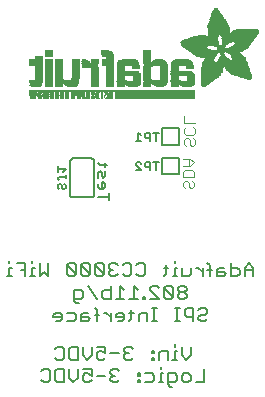
<source format=gbr>
G04 EAGLE Gerber RS-274X export*
G75*
%MOMM*%
%FSLAX34Y34*%
%LPD*%
%INSilkscreen Bottom*%
%IPPOS*%
%AMOC8*
5,1,8,0,0,1.08239X$1,22.5*%
G01*
%ADD10C,0.127000*%
%ADD11C,0.152400*%
%ADD12C,0.203200*%
%ADD13C,0.101600*%
%ADD14R,6.839700X0.016800*%
%ADD15R,0.268300X0.016800*%
%ADD16R,0.268200X0.016800*%
%ADD17R,0.251500X0.016800*%
%ADD18R,0.301800X0.016800*%
%ADD19R,0.251400X0.016800*%
%ADD20R,0.285000X0.016800*%
%ADD21R,0.301700X0.016800*%
%ADD22R,0.419100X0.016800*%
%ADD23R,0.318500X0.016800*%
%ADD24R,0.586700X0.016800*%
%ADD25R,0.586800X0.016800*%
%ADD26R,6.839700X0.016700*%
%ADD27R,0.268300X0.016700*%
%ADD28R,0.251400X0.016700*%
%ADD29R,0.251500X0.016700*%
%ADD30R,0.301800X0.016700*%
%ADD31R,0.285000X0.016700*%
%ADD32R,0.301700X0.016700*%
%ADD33R,0.419100X0.016700*%
%ADD34R,0.318500X0.016700*%
%ADD35R,0.586700X0.016700*%
%ADD36R,0.586800X0.016700*%
%ADD37R,0.318600X0.016800*%
%ADD38R,0.569900X0.016800*%
%ADD39R,0.335300X0.016800*%
%ADD40R,0.234700X0.016800*%
%ADD41R,0.234700X0.016700*%
%ADD42R,0.016700X0.016700*%
%ADD43R,0.318600X0.016700*%
%ADD44R,0.569900X0.016700*%
%ADD45R,0.335300X0.016700*%
%ADD46R,0.217900X0.016800*%
%ADD47R,0.033500X0.016800*%
%ADD48R,0.570000X0.016800*%
%ADD49R,0.201100X0.016700*%
%ADD50R,0.050300X0.016700*%
%ADD51R,0.670500X0.016700*%
%ADD52R,1.005800X0.016700*%
%ADD53R,0.570000X0.016700*%
%ADD54R,0.201100X0.016800*%
%ADD55R,0.067000X0.016800*%
%ADD56R,0.670500X0.016800*%
%ADD57R,1.005800X0.016800*%
%ADD58R,0.184400X0.016800*%
%ADD59R,0.989000X0.016800*%
%ADD60R,0.184400X0.016700*%
%ADD61R,0.067000X0.016700*%
%ADD62R,0.989000X0.016700*%
%ADD63R,0.167600X0.016800*%
%ADD64R,0.083800X0.016800*%
%ADD65R,0.637000X0.016800*%
%ADD66R,0.955500X0.016800*%
%ADD67R,0.150800X0.016800*%
%ADD68R,0.100600X0.016800*%
%ADD69R,0.536400X0.016800*%
%ADD70R,0.854900X0.016800*%
%ADD71R,0.150800X0.016700*%
%ADD72R,0.100600X0.016700*%
%ADD73R,0.352000X0.016700*%
%ADD74R,0.435900X0.016700*%
%ADD75R,0.402400X0.016700*%
%ADD76R,0.368800X0.016700*%
%ADD77R,0.134100X0.016800*%
%ADD78R,0.117300X0.016800*%
%ADD79R,0.435900X0.016800*%
%ADD80R,0.368900X0.016800*%
%ADD81R,0.603500X0.016800*%
%ADD82R,0.134100X0.016700*%
%ADD83R,0.117300X0.016700*%
%ADD84R,0.452600X0.016700*%
%ADD85R,0.620300X0.016700*%
%ADD86R,0.284900X0.016800*%
%ADD87R,0.486200X0.016800*%
%ADD88R,0.653800X0.016800*%
%ADD89R,0.804700X0.016800*%
%ADD90R,0.150900X0.016700*%
%ADD91R,0.268200X0.016700*%
%ADD92R,0.737600X0.016700*%
%ADD93R,0.603500X0.016700*%
%ADD94R,0.922000X0.016700*%
%ADD95R,0.150900X0.016800*%
%ADD96R,0.821400X0.016800*%
%ADD97R,0.972300X0.016800*%
%ADD98R,0.989100X0.016800*%
%ADD99R,0.083800X0.016700*%
%ADD100R,0.167600X0.016700*%
%ADD101R,0.821400X0.016700*%
%ADD102R,0.989100X0.016700*%
%ADD103R,0.201200X0.016700*%
%ADD104R,0.050300X0.016800*%
%ADD105R,0.201200X0.016800*%
%ADD106R,0.217900X0.016700*%
%ADD107R,0.284900X0.016700*%
%ADD108R,0.352100X0.016800*%
%ADD109R,0.620300X0.016800*%
%ADD110R,0.385600X0.016800*%
%ADD111R,0.335200X0.016800*%
%ADD112R,0.385600X0.016700*%
%ADD113R,0.687400X0.016700*%
%ADD114R,13.998000X0.016800*%
%ADD115R,13.998000X0.016700*%
%ADD116R,0.637000X0.016700*%
%ADD117R,0.486100X0.016700*%
%ADD118R,0.637100X0.016700*%
%ADD119R,0.519700X0.016700*%
%ADD120R,0.536500X0.016700*%
%ADD121R,0.787900X0.016800*%
%ADD122R,0.687400X0.016800*%
%ADD123R,0.771200X0.016800*%
%ADD124R,0.637100X0.016800*%
%ADD125R,0.720800X0.016800*%
%ADD126R,0.704100X0.016800*%
%ADD127R,0.754400X0.016800*%
%ADD128R,0.838200X0.016700*%
%ADD129R,0.871800X0.016700*%
%ADD130R,0.871700X0.016700*%
%ADD131R,0.402400X0.016800*%
%ADD132R,0.922100X0.016800*%
%ADD133R,0.938800X0.016800*%
%ADD134R,0.938800X0.016700*%
%ADD135R,1.022600X0.016700*%
%ADD136R,0.972400X0.016700*%
%ADD137R,0.972300X0.016700*%
%ADD138R,0.469400X0.016800*%
%ADD139R,1.072900X0.016800*%
%ADD140R,1.022600X0.016800*%
%ADD141R,1.005900X0.016800*%
%ADD142R,0.502900X0.016800*%
%ADD143R,1.123200X0.016800*%
%ADD144R,1.056200X0.016800*%
%ADD145R,1.123100X0.016800*%
%ADD146R,1.139900X0.016700*%
%ADD147R,1.089600X0.016700*%
%ADD148R,0.553200X0.016800*%
%ADD149R,1.190200X0.016800*%
%ADD150R,1.190300X0.016800*%
%ADD151R,1.039400X0.016800*%
%ADD152R,1.223700X0.016800*%
%ADD153R,1.173500X0.016800*%
%ADD154R,1.223800X0.016800*%
%ADD155R,1.240500X0.016700*%
%ADD156R,1.173500X0.016700*%
%ADD157R,1.240600X0.016700*%
%ADD158R,1.190300X0.016700*%
%ADD159R,1.056200X0.016700*%
%ADD160R,1.274100X0.016800*%
%ADD161R,1.274000X0.016800*%
%ADD162R,1.307600X0.016800*%
%ADD163R,1.257300X0.016800*%
%ADD164R,1.324400X0.016800*%
%ADD165R,0.687300X0.016700*%
%ADD166R,1.324400X0.016700*%
%ADD167R,1.307500X0.016700*%
%ADD168R,1.274100X0.016700*%
%ADD169R,1.072900X0.016700*%
%ADD170R,2.011600X0.016800*%
%ADD171R,1.324300X0.016800*%
%ADD172R,1.978100X0.016800*%
%ADD173R,2.011600X0.016700*%
%ADD174R,1.357900X0.016700*%
%ADD175R,1.994900X0.016700*%
%ADD176R,1.341200X0.016700*%
%ADD177R,1.089700X0.016700*%
%ADD178R,0.754300X0.016800*%
%ADD179R,1.994900X0.016800*%
%ADD180R,1.995000X0.016800*%
%ADD181R,1.089700X0.016800*%
%ADD182R,0.787900X0.016700*%
%ADD183R,1.995000X0.016700*%
%ADD184R,2.028400X0.016800*%
%ADD185R,2.011700X0.016800*%
%ADD186R,1.106500X0.016800*%
%ADD187R,2.028400X0.016700*%
%ADD188R,2.011700X0.016700*%
%ADD189R,1.106500X0.016700*%
%ADD190R,0.888400X0.016800*%
%ADD191R,0.922000X0.016800*%
%ADD192R,0.938700X0.016700*%
%ADD193R,2.045200X0.016800*%
%ADD194R,0.938700X0.016800*%
%ADD195R,0.670600X0.016700*%
%ADD196R,0.888500X0.016700*%
%ADD197R,2.045200X0.016700*%
%ADD198R,0.888400X0.016700*%
%ADD199R,0.804600X0.016800*%
%ADD200R,2.028500X0.016800*%
%ADD201R,1.056100X0.016700*%
%ADD202R,0.771100X0.016700*%
%ADD203R,0.754300X0.016700*%
%ADD204R,2.028500X0.016700*%
%ADD205R,0.737700X0.016700*%
%ADD206R,1.072800X0.016800*%
%ADD207R,0.871700X0.016800*%
%ADD208R,0.737600X0.016800*%
%ADD209R,0.871800X0.016800*%
%ADD210R,1.089600X0.016800*%
%ADD211R,0.704000X0.016800*%
%ADD212R,0.687300X0.016800*%
%ADD213R,0.670600X0.016800*%
%ADD214R,1.123100X0.016700*%
%ADD215R,0.720800X0.016700*%
%ADD216R,0.653700X0.016700*%
%ADD217R,0.653800X0.016700*%
%ADD218R,1.139900X0.016800*%
%ADD219R,1.173400X0.016800*%
%ADD220R,1.190200X0.016700*%
%ADD221R,1.207000X0.016800*%
%ADD222R,1.240500X0.016800*%
%ADD223R,0.469400X0.016700*%
%ADD224R,1.274000X0.016700*%
%ADD225R,0.519600X0.016800*%
%ADD226R,1.341100X0.016800*%
%ADD227R,0.771200X0.016700*%
%ADD228R,1.374600X0.016700*%
%ADD229R,0.838200X0.016800*%
%ADD230R,1.391400X0.016800*%
%ADD231R,1.424900X0.016800*%
%ADD232R,1.441700X0.016700*%
%ADD233R,1.475200X0.016800*%
%ADD234R,1.491900X0.016700*%
%ADD235R,1.525500X0.016800*%
%ADD236R,1.559000X0.016700*%
%ADD237R,1.575800X0.016800*%
%ADD238R,1.307600X0.016700*%
%ADD239R,1.592500X0.016700*%
%ADD240R,1.374700X0.016800*%
%ADD241R,1.609300X0.016800*%
%ADD242R,1.408200X0.016800*%
%ADD243R,1.626100X0.016800*%
%ADD244R,1.626100X0.016700*%
%ADD245R,1.508800X0.016800*%
%ADD246R,1.659600X0.016800*%
%ADD247R,1.559000X0.016800*%
%ADD248R,1.676400X0.016800*%
%ADD249R,1.575800X0.016700*%
%ADD250R,1.676400X0.016700*%
%ADD251R,1.978100X0.016700*%
%ADD252R,1.693100X0.016800*%
%ADD253R,1.642800X0.016800*%
%ADD254R,1.709900X0.016800*%
%ADD255R,1.961300X0.016800*%
%ADD256R,1.726600X0.016700*%
%ADD257R,1.961300X0.016700*%
%ADD258R,1.693200X0.016800*%
%ADD259R,1.726600X0.016800*%
%ADD260R,1.944600X0.016800*%
%ADD261R,1.726700X0.016700*%
%ADD262R,1.743400X0.016700*%
%ADD263R,1.944600X0.016700*%
%ADD264R,1.726700X0.016800*%
%ADD265R,1.760200X0.016800*%
%ADD266R,1.927800X0.016800*%
%ADD267R,1.911000X0.016800*%
%ADD268R,1.793700X0.016700*%
%ADD269R,1.776900X0.016700*%
%ADD270R,1.911100X0.016700*%
%ADD271R,1.894300X0.016700*%
%ADD272R,1.793800X0.016800*%
%ADD273R,1.776900X0.016800*%
%ADD274R,1.911100X0.016800*%
%ADD275R,1.894300X0.016800*%
%ADD276R,1.827300X0.016800*%
%ADD277R,1.810500X0.016800*%
%ADD278R,1.877500X0.016800*%
%ADD279R,1.844100X0.016700*%
%ADD280R,1.810500X0.016700*%
%ADD281R,1.860800X0.016700*%
%ADD282R,1.844000X0.016700*%
%ADD283R,1.860900X0.016800*%
%ADD284R,1.844000X0.016800*%
%ADD285R,1.827200X0.016800*%
%ADD286R,1.860800X0.016800*%
%ADD287R,1.793700X0.016800*%
%ADD288R,1.877600X0.016700*%
%ADD289R,1.827200X0.016700*%
%ADD290R,1.927800X0.016700*%
%ADD291R,1.927900X0.016800*%
%ADD292R,1.944700X0.016700*%
%ADD293R,1.877500X0.016700*%
%ADD294R,1.961400X0.016800*%
%ADD295R,1.961400X0.016700*%
%ADD296R,1.978200X0.016800*%
%ADD297R,1.911000X0.016700*%
%ADD298R,0.620200X0.016800*%
%ADD299R,1.425000X0.016800*%
%ADD300R,0.620200X0.016700*%
%ADD301R,1.425000X0.016700*%
%ADD302R,0.653700X0.016800*%
%ADD303R,0.704100X0.016700*%
%ADD304R,0.804700X0.016700*%
%ADD305R,0.905200X0.016800*%
%ADD306R,1.894400X0.016800*%
%ADD307R,1.927900X0.016700*%
%ADD308R,1.877600X0.016800*%
%ADD309R,3.889300X0.016800*%
%ADD310R,3.872500X0.016700*%
%ADD311R,3.872500X0.016800*%
%ADD312R,3.855700X0.016700*%
%ADD313R,0.754400X0.016700*%
%ADD314R,3.855700X0.016800*%
%ADD315R,3.839000X0.016800*%
%ADD316R,0.720900X0.016800*%
%ADD317R,3.822200X0.016700*%
%ADD318R,2.715700X0.016800*%
%ADD319R,2.632000X0.016800*%
%ADD320R,1.290800X0.016800*%
%ADD321R,2.615200X0.016700*%
%ADD322R,1.257300X0.016700*%
%ADD323R,2.581700X0.016800*%
%ADD324R,1.240600X0.016800*%
%ADD325R,2.564900X0.016800*%
%ADD326R,1.760300X0.016800*%
%ADD327R,2.531400X0.016700*%
%ADD328R,1.156700X0.016700*%
%ADD329R,2.514600X0.016800*%
%ADD330R,0.955600X0.016800*%
%ADD331R,2.497800X0.016800*%
%ADD332R,1.659700X0.016800*%
%ADD333R,2.464300X0.016700*%
%ADD334R,1.039300X0.016700*%
%ADD335R,2.447500X0.016800*%
%ADD336R,1.592500X0.016800*%
%ADD337R,0.536500X0.016800*%
%ADD338R,2.430800X0.016700*%
%ADD339R,1.559100X0.016700*%
%ADD340R,1.542300X0.016700*%
%ADD341R,0.502900X0.016700*%
%ADD342R,2.414000X0.016800*%
%ADD343R,0.905300X0.016800*%
%ADD344R,1.508700X0.016800*%
%ADD345R,0.888500X0.016800*%
%ADD346R,2.397300X0.016800*%
%ADD347R,1.441700X0.016800*%
%ADD348R,0.452700X0.016800*%
%ADD349R,1.290900X0.016700*%
%ADD350R,1.156700X0.016800*%
%ADD351R,0.855000X0.016800*%
%ADD352R,1.123200X0.016700*%
%ADD353R,0.720900X0.016700*%
%ADD354R,1.106400X0.016800*%
%ADD355R,1.106400X0.016700*%
%ADD356R,0.771100X0.016800*%
%ADD357R,0.435800X0.016700*%
%ADD358R,1.592600X0.016700*%
%ADD359R,0.435800X0.016800*%
%ADD360R,1.642900X0.016800*%
%ADD361R,0.402300X0.016800*%
%ADD362R,1.793800X0.016700*%
%ADD363R,0.368800X0.016800*%
%ADD364R,1.056100X0.016800*%
%ADD365R,1.039400X0.016700*%
%ADD366R,2.078800X0.016800*%
%ADD367R,0.335200X0.016700*%
%ADD368R,2.145800X0.016700*%
%ADD369R,2.162600X0.016800*%
%ADD370R,0.352000X0.016800*%
%ADD371R,2.212800X0.016800*%
%ADD372R,2.279900X0.016700*%
%ADD373R,2.330200X0.016800*%
%ADD374R,2.799500X0.016800*%
%ADD375R,2.816300X0.016700*%
%ADD376R,0.955500X0.016700*%
%ADD377R,2.849900X0.016800*%
%ADD378R,2.916900X0.016800*%
%ADD379R,4.224500X0.016700*%
%ADD380R,4.291600X0.016800*%
%ADD381R,4.409000X0.016800*%
%ADD382R,4.509500X0.016700*%
%ADD383R,4.526300X0.016800*%
%ADD384R,4.626800X0.016700*%
%ADD385R,4.693900X0.016800*%
%ADD386R,4.727400X0.016800*%
%ADD387R,2.548200X0.016700*%
%ADD388R,2.179300X0.016700*%
%ADD389R,2.430800X0.016800*%
%ADD390R,2.414000X0.016700*%
%ADD391R,2.414100X0.016800*%
%ADD392R,2.430700X0.016700*%
%ADD393R,2.447600X0.016700*%
%ADD394R,1.559100X0.016800*%
%ADD395R,1.525500X0.016700*%
%ADD396R,1.492000X0.016800*%
%ADD397R,1.491900X0.016800*%
%ADD398R,1.458500X0.016700*%
%ADD399R,2.061900X0.016800*%
%ADD400R,1.408100X0.016700*%
%ADD401R,0.905200X0.016700*%
%ADD402R,2.112300X0.016700*%
%ADD403R,2.179300X0.016800*%
%ADD404R,1.408200X0.016700*%
%ADD405R,2.212900X0.016700*%
%ADD406R,1.140000X0.016800*%
%ADD407R,3.319300X0.016800*%
%ADD408R,1.374700X0.016700*%
%ADD409R,0.402300X0.016700*%
%ADD410R,3.302500X0.016700*%
%ADD411R,3.285700X0.016800*%
%ADD412R,1.357900X0.016800*%
%ADD413R,3.269000X0.016800*%
%ADD414R,3.285800X0.016700*%
%ADD415R,3.268900X0.016800*%
%ADD416R,0.452700X0.016700*%
%ADD417R,3.268900X0.016700*%
%ADD418R,1.391400X0.016700*%
%ADD419R,3.269000X0.016700*%
%ADD420R,1.374600X0.016800*%
%ADD421R,0.519700X0.016800*%
%ADD422R,3.252200X0.016800*%
%ADD423R,3.235400X0.016800*%
%ADD424R,3.235400X0.016700*%
%ADD425R,3.218600X0.016800*%
%ADD426R,3.201900X0.016800*%
%ADD427R,3.201900X0.016700*%
%ADD428R,1.458500X0.016800*%
%ADD429R,1.525600X0.016800*%
%ADD430R,3.185100X0.016800*%
%ADD431R,2.531300X0.016700*%
%ADD432R,3.168400X0.016700*%
%ADD433R,2.531300X0.016800*%
%ADD434R,3.151600X0.016800*%
%ADD435R,2.548100X0.016800*%
%ADD436R,3.134900X0.016800*%
%ADD437R,2.564900X0.016700*%
%ADD438R,3.118100X0.016700*%
%ADD439R,2.581600X0.016800*%
%ADD440R,3.101400X0.016800*%
%ADD441R,2.598400X0.016700*%
%ADD442R,3.067900X0.016700*%
%ADD443R,2.598400X0.016800*%
%ADD444R,3.034300X0.016800*%
%ADD445R,2.615100X0.016800*%
%ADD446R,3.000800X0.016800*%
%ADD447R,2.631900X0.016700*%
%ADD448R,2.950500X0.016700*%
%ADD449R,2.648700X0.016800*%
%ADD450R,2.900200X0.016800*%
%ADD451R,2.665500X0.016800*%
%ADD452R,2.682200X0.016700*%
%ADD453R,2.799600X0.016700*%
%ADD454R,2.699000X0.016800*%
%ADD455R,2.732500X0.016800*%
%ADD456R,2.749300X0.016700*%
%ADD457R,2.632000X0.016700*%
%ADD458R,2.749300X0.016800*%
%ADD459R,2.766100X0.016700*%
%ADD460R,2.766100X0.016800*%
%ADD461R,2.481100X0.016800*%
%ADD462R,2.782900X0.016800*%
%ADD463R,2.380500X0.016700*%
%ADD464R,2.833100X0.016800*%
%ADD465R,1.592600X0.016800*%
%ADD466R,2.849900X0.016700*%
%ADD467R,2.883400X0.016800*%
%ADD468R,2.917000X0.016700*%
%ADD469R,2.933700X0.016800*%
%ADD470R,2.967200X0.016800*%
%ADD471R,2.967200X0.016700*%
%ADD472R,3.017500X0.016700*%
%ADD473R,3.051000X0.016800*%
%ADD474R,0.788000X0.016800*%
%ADD475R,3.084600X0.016800*%
%ADD476R,2.397300X0.016700*%
%ADD477R,2.397200X0.016800*%
%ADD478R,1.760200X0.016700*%
%ADD479R,2.397200X0.016700*%
%ADD480R,1.827300X0.016700*%
%ADD481R,2.380500X0.016800*%
%ADD482R,2.363700X0.016800*%
%ADD483R,2.363700X0.016700*%
%ADD484R,2.346900X0.016800*%
%ADD485R,2.296600X0.016700*%
%ADD486R,2.279900X0.016800*%
%ADD487R,2.246300X0.016800*%
%ADD488R,2.229600X0.016700*%
%ADD489R,2.129100X0.016800*%
%ADD490R,2.112300X0.016800*%
%ADD491R,1.609300X0.016700*%
%ADD492R,1.743400X0.016800*%
%ADD493R,1.693100X0.016700*%
%ADD494R,1.659700X0.016700*%
%ADD495R,1.575900X0.016800*%
%ADD496R,1.575900X0.016700*%
%ADD497R,1.475200X0.016700*%
%ADD498R,1.324300X0.016700*%
%ADD499R,1.290800X0.016700*%
%ADD500R,1.207000X0.016700*%
%ADD501R,0.854900X0.016700*%
%ADD502R,0.821500X0.016700*%
%ADD503R,0.821500X0.016800*%
%ADD504R,0.218000X0.016800*%


D10*
X103505Y189008D02*
X112403Y189008D01*
X112403Y186043D02*
X112403Y191974D01*
X103505Y196881D02*
X103505Y199847D01*
X103505Y196881D02*
X104988Y195398D01*
X107954Y195398D01*
X109437Y196881D01*
X109437Y199847D01*
X107954Y201330D01*
X106471Y201330D01*
X106471Y195398D01*
X103505Y204753D02*
X103505Y209202D01*
X104988Y210685D01*
X106471Y209202D01*
X106471Y206236D01*
X107954Y204753D01*
X109437Y206236D01*
X109437Y210685D01*
X110920Y215591D02*
X104988Y215591D01*
X103505Y217074D01*
X109437Y217074D02*
X109437Y214108D01*
D11*
X234998Y128869D02*
X234998Y121412D01*
X234998Y128869D02*
X231270Y132598D01*
X227541Y128869D01*
X227541Y121412D01*
X227541Y127005D02*
X234998Y127005D01*
X215847Y132598D02*
X215847Y121412D01*
X221440Y121412D01*
X223304Y123276D01*
X223304Y127005D01*
X221440Y128869D01*
X215847Y128869D01*
X209746Y128869D02*
X206018Y128869D01*
X204153Y127005D01*
X204153Y121412D01*
X209746Y121412D01*
X211611Y123276D01*
X209746Y125141D01*
X204153Y125141D01*
X198052Y121412D02*
X198052Y130733D01*
X196188Y132598D01*
X196188Y127005D02*
X199917Y127005D01*
X192121Y128869D02*
X192121Y121412D01*
X192121Y125141D02*
X188392Y128869D01*
X186528Y128869D01*
X182376Y128869D02*
X182376Y123276D01*
X180511Y121412D01*
X174919Y121412D01*
X174919Y128869D01*
X170682Y128869D02*
X168817Y128869D01*
X168817Y121412D01*
X166953Y121412D02*
X170682Y121412D01*
X168817Y132598D02*
X168817Y134462D01*
X161021Y130733D02*
X161021Y123276D01*
X159157Y121412D01*
X159157Y128869D02*
X162886Y128869D01*
X137803Y132598D02*
X135939Y130733D01*
X137803Y132598D02*
X141531Y132598D01*
X143396Y130733D01*
X143396Y123276D01*
X141531Y121412D01*
X137803Y121412D01*
X135939Y123276D01*
X126109Y132598D02*
X124245Y130733D01*
X126109Y132598D02*
X129838Y132598D01*
X131702Y130733D01*
X131702Y123276D01*
X129838Y121412D01*
X126109Y121412D01*
X124245Y123276D01*
X120008Y130733D02*
X118144Y132598D01*
X114415Y132598D01*
X112551Y130733D01*
X112551Y128869D01*
X114415Y127005D01*
X116279Y127005D01*
X114415Y127005D02*
X112551Y125141D01*
X112551Y123276D01*
X114415Y121412D01*
X118144Y121412D01*
X120008Y123276D01*
X108314Y123276D02*
X108314Y130733D01*
X106450Y132598D01*
X102721Y132598D01*
X100857Y130733D01*
X100857Y123276D01*
X102721Y121412D01*
X106450Y121412D01*
X108314Y123276D01*
X100857Y130733D01*
X96620Y130733D02*
X96620Y123276D01*
X96620Y130733D02*
X94756Y132598D01*
X91027Y132598D01*
X89163Y130733D01*
X89163Y123276D01*
X91027Y121412D01*
X94756Y121412D01*
X96620Y123276D01*
X89163Y130733D01*
X84926Y130733D02*
X84926Y123276D01*
X84926Y130733D02*
X83062Y132598D01*
X79333Y132598D01*
X77469Y130733D01*
X77469Y123276D01*
X79333Y121412D01*
X83062Y121412D01*
X84926Y123276D01*
X77469Y130733D01*
X61538Y132598D02*
X61538Y121412D01*
X57809Y125141D01*
X54081Y121412D01*
X54081Y132598D01*
X49844Y128869D02*
X47980Y128869D01*
X47980Y121412D01*
X49844Y121412D02*
X46115Y121412D01*
X47980Y132598D02*
X47980Y134462D01*
X42048Y132598D02*
X42048Y121412D01*
X42048Y132598D02*
X34591Y132598D01*
X38320Y127005D02*
X42048Y127005D01*
X30354Y128869D02*
X28490Y128869D01*
X28490Y121412D01*
X30354Y121412D02*
X26626Y121412D01*
X28490Y132598D02*
X28490Y134462D01*
X176613Y113548D02*
X178477Y111683D01*
X176613Y113548D02*
X172885Y113548D01*
X171020Y111683D01*
X171020Y109819D01*
X172885Y107955D01*
X171020Y106091D01*
X171020Y104226D01*
X172885Y102362D01*
X176613Y102362D01*
X178477Y104226D01*
X178477Y106091D01*
X176613Y107955D01*
X178477Y109819D01*
X178477Y111683D01*
X176613Y107955D02*
X172885Y107955D01*
X166784Y111683D02*
X166784Y104226D01*
X166784Y111683D02*
X164919Y113548D01*
X161191Y113548D01*
X159326Y111683D01*
X159326Y104226D01*
X161191Y102362D01*
X164919Y102362D01*
X166784Y104226D01*
X159326Y111683D01*
X155090Y102362D02*
X147633Y102362D01*
X155090Y102362D02*
X147633Y109819D01*
X147633Y111683D01*
X149497Y113548D01*
X153225Y113548D01*
X155090Y111683D01*
X143396Y104226D02*
X143396Y102362D01*
X143396Y104226D02*
X141531Y104226D01*
X141531Y102362D01*
X143396Y102362D01*
X137549Y109819D02*
X133820Y113548D01*
X133820Y102362D01*
X130092Y102362D02*
X137549Y102362D01*
X125855Y109819D02*
X122126Y113548D01*
X122126Y102362D01*
X118398Y102362D02*
X125855Y102362D01*
X114161Y102362D02*
X114161Y113548D01*
X114161Y102362D02*
X108568Y102362D01*
X106704Y104226D01*
X106704Y107955D01*
X108568Y109819D01*
X114161Y109819D01*
X102467Y102362D02*
X95010Y113548D01*
X87044Y98634D02*
X85180Y98634D01*
X83316Y100498D01*
X83316Y109819D01*
X88908Y109819D01*
X90773Y107955D01*
X90773Y104226D01*
X88908Y102362D01*
X83316Y102362D01*
X188561Y92633D02*
X190426Y94498D01*
X194154Y94498D01*
X196018Y92633D01*
X196018Y90769D01*
X194154Y88905D01*
X190426Y88905D01*
X188561Y87041D01*
X188561Y85176D01*
X190426Y83312D01*
X194154Y83312D01*
X196018Y85176D01*
X184325Y83312D02*
X184325Y94498D01*
X178732Y94498D01*
X176867Y92633D01*
X176867Y88905D01*
X178732Y87041D01*
X184325Y87041D01*
X172631Y83312D02*
X168902Y83312D01*
X170766Y83312D02*
X170766Y94498D01*
X168902Y94498D02*
X172631Y94498D01*
X153141Y83312D02*
X149412Y83312D01*
X151276Y83312D02*
X151276Y94498D01*
X149412Y94498D02*
X153141Y94498D01*
X145345Y90769D02*
X145345Y83312D01*
X145345Y90769D02*
X139752Y90769D01*
X137888Y88905D01*
X137888Y83312D01*
X131786Y85176D02*
X131786Y92633D01*
X131786Y85176D02*
X129922Y83312D01*
X129922Y90769D02*
X133651Y90769D01*
X123990Y83312D02*
X120262Y83312D01*
X123990Y83312D02*
X125855Y85176D01*
X125855Y88905D01*
X123990Y90769D01*
X120262Y90769D01*
X118398Y88905D01*
X118398Y87041D01*
X125855Y87041D01*
X114161Y90769D02*
X114161Y83312D01*
X114161Y87041D02*
X110432Y90769D01*
X108568Y90769D01*
X102552Y92633D02*
X102552Y83312D01*
X102552Y92633D02*
X100687Y94498D01*
X100687Y88905D02*
X104416Y88905D01*
X94756Y90769D02*
X91027Y90769D01*
X89163Y88905D01*
X89163Y83312D01*
X94756Y83312D01*
X96620Y85176D01*
X94756Y87041D01*
X89163Y87041D01*
X83062Y90769D02*
X77469Y90769D01*
X83062Y90769D02*
X84926Y88905D01*
X84926Y85176D01*
X83062Y83312D01*
X77469Y83312D01*
X71368Y83312D02*
X67639Y83312D01*
X71368Y83312D02*
X73232Y85176D01*
X73232Y88905D01*
X71368Y90769D01*
X67639Y90769D01*
X65775Y88905D01*
X65775Y87041D01*
X73232Y87041D01*
X181872Y62113D02*
X181872Y54656D01*
X178144Y50927D01*
X174415Y54656D01*
X174415Y62113D01*
X170179Y58384D02*
X168314Y58384D01*
X168314Y50927D01*
X166450Y50927D02*
X170179Y50927D01*
X168314Y62113D02*
X168314Y63977D01*
X162383Y58384D02*
X162383Y50927D01*
X162383Y58384D02*
X156790Y58384D01*
X154926Y56520D01*
X154926Y50927D01*
X150689Y58384D02*
X148824Y58384D01*
X148824Y56520D01*
X150689Y56520D01*
X150689Y58384D01*
X150689Y52791D02*
X148824Y52791D01*
X148824Y50927D01*
X150689Y50927D01*
X150689Y52791D01*
X133148Y60248D02*
X131283Y62113D01*
X127555Y62113D01*
X125691Y60248D01*
X125691Y58384D01*
X127555Y56520D01*
X129419Y56520D01*
X127555Y56520D02*
X125691Y54656D01*
X125691Y52791D01*
X127555Y50927D01*
X131283Y50927D01*
X133148Y52791D01*
X121454Y56520D02*
X113997Y56520D01*
X109760Y62113D02*
X102303Y62113D01*
X109760Y62113D02*
X109760Y56520D01*
X106031Y58384D01*
X104167Y58384D01*
X102303Y56520D01*
X102303Y52791D01*
X104167Y50927D01*
X107895Y50927D01*
X109760Y52791D01*
X98066Y54656D02*
X98066Y62113D01*
X98066Y54656D02*
X94337Y50927D01*
X90609Y54656D01*
X90609Y62113D01*
X86372Y62113D02*
X86372Y50927D01*
X80779Y50927D01*
X78915Y52791D01*
X78915Y60248D01*
X80779Y62113D01*
X86372Y62113D01*
X69085Y62113D02*
X67221Y60248D01*
X69085Y62113D02*
X72814Y62113D01*
X74678Y60248D01*
X74678Y52791D01*
X72814Y50927D01*
X69085Y50927D01*
X67221Y52791D01*
X193566Y43063D02*
X193566Y31877D01*
X186109Y31877D01*
X180008Y31877D02*
X176280Y31877D01*
X174415Y33741D01*
X174415Y37470D01*
X176280Y39334D01*
X180008Y39334D01*
X181872Y37470D01*
X181872Y33741D01*
X180008Y31877D01*
X166450Y28149D02*
X164586Y28149D01*
X162721Y30013D01*
X162721Y39334D01*
X168314Y39334D01*
X170179Y37470D01*
X170179Y33741D01*
X168314Y31877D01*
X162721Y31877D01*
X158485Y39334D02*
X156620Y39334D01*
X156620Y31877D01*
X154756Y31877D02*
X158485Y31877D01*
X156620Y43063D02*
X156620Y44927D01*
X148824Y39334D02*
X143232Y39334D01*
X148824Y39334D02*
X150689Y37470D01*
X150689Y33741D01*
X148824Y31877D01*
X143232Y31877D01*
X138995Y39334D02*
X137130Y39334D01*
X137130Y37470D01*
X138995Y37470D01*
X138995Y39334D01*
X138995Y33741D02*
X137130Y33741D01*
X137130Y31877D01*
X138995Y31877D01*
X138995Y33741D01*
X121454Y41198D02*
X119589Y43063D01*
X115861Y43063D01*
X113997Y41198D01*
X113997Y39334D01*
X115861Y37470D01*
X117725Y37470D01*
X115861Y37470D02*
X113997Y35606D01*
X113997Y33741D01*
X115861Y31877D01*
X119589Y31877D01*
X121454Y33741D01*
X109760Y37470D02*
X102303Y37470D01*
X98066Y43063D02*
X90609Y43063D01*
X98066Y43063D02*
X98066Y37470D01*
X94337Y39334D01*
X92473Y39334D01*
X90609Y37470D01*
X90609Y33741D01*
X92473Y31877D01*
X96201Y31877D01*
X98066Y33741D01*
X86372Y35606D02*
X86372Y43063D01*
X86372Y35606D02*
X82643Y31877D01*
X78915Y35606D01*
X78915Y43063D01*
X74678Y43063D02*
X74678Y31877D01*
X69085Y31877D01*
X67221Y33741D01*
X67221Y41198D01*
X69085Y43063D01*
X74678Y43063D01*
X57391Y43063D02*
X55527Y41198D01*
X57391Y43063D02*
X61120Y43063D01*
X62984Y41198D01*
X62984Y33741D01*
X61120Y31877D01*
X57391Y31877D01*
X55527Y33741D01*
D12*
X79840Y191030D02*
X79840Y218970D01*
X97620Y221510D02*
X97720Y221508D01*
X97819Y221502D01*
X97919Y221492D01*
X98017Y221479D01*
X98116Y221461D01*
X98213Y221440D01*
X98309Y221415D01*
X98405Y221386D01*
X98499Y221353D01*
X98592Y221317D01*
X98683Y221277D01*
X98773Y221233D01*
X98861Y221186D01*
X98947Y221136D01*
X99031Y221082D01*
X99113Y221025D01*
X99192Y220965D01*
X99270Y220901D01*
X99344Y220835D01*
X99416Y220766D01*
X99485Y220694D01*
X99551Y220620D01*
X99615Y220542D01*
X99675Y220463D01*
X99732Y220381D01*
X99786Y220297D01*
X99836Y220211D01*
X99883Y220123D01*
X99927Y220033D01*
X99967Y219942D01*
X100003Y219849D01*
X100036Y219755D01*
X100065Y219659D01*
X100090Y219563D01*
X100111Y219466D01*
X100129Y219367D01*
X100142Y219269D01*
X100152Y219169D01*
X100158Y219070D01*
X100160Y218970D01*
X100160Y191030D02*
X100158Y190930D01*
X100152Y190831D01*
X100142Y190731D01*
X100129Y190633D01*
X100111Y190534D01*
X100090Y190437D01*
X100065Y190341D01*
X100036Y190245D01*
X100003Y190151D01*
X99967Y190058D01*
X99927Y189967D01*
X99883Y189877D01*
X99836Y189789D01*
X99786Y189703D01*
X99732Y189619D01*
X99675Y189537D01*
X99615Y189458D01*
X99551Y189380D01*
X99485Y189306D01*
X99416Y189234D01*
X99344Y189165D01*
X99270Y189099D01*
X99192Y189035D01*
X99113Y188975D01*
X99031Y188918D01*
X98947Y188864D01*
X98861Y188814D01*
X98773Y188767D01*
X98683Y188723D01*
X98592Y188683D01*
X98499Y188647D01*
X98405Y188614D01*
X98309Y188585D01*
X98213Y188560D01*
X98116Y188539D01*
X98017Y188521D01*
X97919Y188508D01*
X97819Y188498D01*
X97720Y188492D01*
X97620Y188490D01*
X82380Y188490D02*
X82280Y188492D01*
X82181Y188498D01*
X82081Y188508D01*
X81983Y188521D01*
X81884Y188539D01*
X81787Y188560D01*
X81691Y188585D01*
X81595Y188614D01*
X81501Y188647D01*
X81408Y188683D01*
X81317Y188723D01*
X81227Y188767D01*
X81139Y188814D01*
X81053Y188864D01*
X80969Y188918D01*
X80887Y188975D01*
X80808Y189035D01*
X80730Y189099D01*
X80656Y189165D01*
X80584Y189234D01*
X80515Y189306D01*
X80449Y189380D01*
X80385Y189458D01*
X80325Y189537D01*
X80268Y189619D01*
X80214Y189703D01*
X80164Y189789D01*
X80117Y189877D01*
X80073Y189967D01*
X80033Y190058D01*
X79997Y190151D01*
X79964Y190245D01*
X79935Y190341D01*
X79910Y190437D01*
X79889Y190534D01*
X79871Y190633D01*
X79858Y190731D01*
X79848Y190831D01*
X79842Y190930D01*
X79840Y191030D01*
X79840Y218970D02*
X79842Y219070D01*
X79848Y219169D01*
X79858Y219269D01*
X79871Y219367D01*
X79889Y219466D01*
X79910Y219563D01*
X79935Y219659D01*
X79964Y219755D01*
X79997Y219849D01*
X80033Y219942D01*
X80073Y220033D01*
X80117Y220123D01*
X80164Y220211D01*
X80214Y220297D01*
X80268Y220381D01*
X80325Y220463D01*
X80385Y220542D01*
X80449Y220620D01*
X80515Y220694D01*
X80584Y220766D01*
X80656Y220835D01*
X80730Y220901D01*
X80808Y220965D01*
X80887Y221025D01*
X80969Y221082D01*
X81053Y221136D01*
X81139Y221186D01*
X81227Y221233D01*
X81317Y221277D01*
X81408Y221317D01*
X81501Y221353D01*
X81595Y221386D01*
X81691Y221415D01*
X81787Y221440D01*
X81884Y221461D01*
X81983Y221479D01*
X82081Y221492D01*
X82181Y221502D01*
X82280Y221508D01*
X82380Y221510D01*
X97620Y221510D01*
X97620Y188490D02*
X82380Y188490D01*
X100160Y191030D02*
X100160Y218970D01*
D11*
X76072Y198557D02*
X74970Y199658D01*
X76072Y198557D02*
X76072Y196354D01*
X74970Y195252D01*
X73868Y195252D01*
X72767Y196354D01*
X72767Y198557D01*
X71665Y199658D01*
X70564Y199658D01*
X69462Y198557D01*
X69462Y196354D01*
X70564Y195252D01*
X70564Y202736D02*
X69462Y203838D01*
X69462Y204939D01*
X70564Y206041D01*
X76072Y206041D01*
X76072Y204939D02*
X76072Y207143D01*
X73868Y210220D02*
X76072Y212424D01*
X69462Y212424D01*
X69462Y214627D02*
X69462Y210220D01*
D10*
X158000Y247000D02*
X172000Y247000D01*
X158000Y247000D02*
X158000Y233000D01*
X172000Y233000D01*
X172000Y247000D01*
D11*
X152605Y243102D02*
X152605Y236492D01*
X154808Y243102D02*
X150402Y243102D01*
X147324Y243102D02*
X147324Y236492D01*
X147324Y243102D02*
X144019Y243102D01*
X142917Y242000D01*
X142917Y239797D01*
X144019Y238695D01*
X147324Y238695D01*
X139840Y240898D02*
X137637Y243102D01*
X137637Y236492D01*
X139840Y236492D02*
X135433Y236492D01*
D13*
X184125Y238359D02*
X185650Y236834D01*
X185650Y233783D01*
X184125Y232258D01*
X182599Y232258D01*
X181074Y233783D01*
X181074Y236834D01*
X179549Y238359D01*
X178023Y238359D01*
X176498Y236834D01*
X176498Y233783D01*
X178023Y232258D01*
X185650Y246189D02*
X184125Y247714D01*
X185650Y246189D02*
X185650Y243138D01*
X184125Y241613D01*
X178023Y241613D01*
X176498Y243138D01*
X176498Y246189D01*
X178023Y247714D01*
X176498Y250968D02*
X185650Y250968D01*
X176498Y250968D02*
X176498Y257070D01*
D10*
X172000Y222000D02*
X158000Y222000D01*
X158000Y208000D01*
X172000Y208000D01*
X172000Y222000D01*
D11*
X152605Y218102D02*
X152605Y211492D01*
X154808Y218102D02*
X150402Y218102D01*
X147324Y218102D02*
X147324Y211492D01*
X147324Y218102D02*
X144019Y218102D01*
X142917Y217000D01*
X142917Y214797D01*
X144019Y213695D01*
X147324Y213695D01*
X139840Y211492D02*
X135433Y211492D01*
X135433Y215898D02*
X139840Y211492D01*
X135433Y215898D02*
X135433Y217000D01*
X136535Y218102D01*
X138738Y218102D01*
X139840Y217000D01*
D13*
X183265Y202454D02*
X184790Y200928D01*
X184790Y197878D01*
X183265Y196352D01*
X181739Y196352D01*
X180214Y197878D01*
X180214Y200928D01*
X178689Y202454D01*
X177163Y202454D01*
X175638Y200928D01*
X175638Y197878D01*
X177163Y196352D01*
X175638Y205708D02*
X184790Y205708D01*
X175638Y205708D02*
X175638Y210284D01*
X177163Y211809D01*
X183265Y211809D01*
X184790Y210284D01*
X184790Y205708D01*
X181739Y215063D02*
X175638Y215063D01*
X181739Y215063D02*
X184790Y218113D01*
X181739Y221164D01*
X175638Y221164D01*
X180214Y221164D02*
X180214Y215063D01*
D14*
X151362Y271780D03*
D15*
X114816Y271780D03*
D16*
X111295Y271780D03*
D17*
X106853Y271780D03*
D15*
X103249Y271780D03*
D18*
X99225Y271780D03*
D19*
X95118Y271780D03*
D20*
X91262Y271780D03*
D21*
X87323Y271780D03*
D22*
X82713Y271780D03*
X77516Y271780D03*
D23*
X72822Y271780D03*
D20*
X68798Y271780D03*
X64943Y271780D03*
D24*
X59411Y271780D03*
D21*
X53963Y271780D03*
D25*
X48514Y271780D03*
D26*
X151362Y271948D03*
D27*
X114816Y271948D03*
D28*
X111379Y271948D03*
D29*
X106853Y271948D03*
D30*
X103081Y271948D03*
D31*
X99141Y271948D03*
D32*
X95202Y271948D03*
D31*
X91262Y271948D03*
D32*
X87323Y271948D03*
D33*
X82713Y271948D03*
X77516Y271948D03*
D34*
X72822Y271948D03*
D31*
X68798Y271948D03*
X64943Y271948D03*
D35*
X59411Y271948D03*
D34*
X54047Y271948D03*
D36*
X48514Y271948D03*
D14*
X151362Y272115D03*
D15*
X114816Y272115D03*
D19*
X111379Y272115D03*
D17*
X106853Y272115D03*
D37*
X102997Y272115D03*
D15*
X99058Y272115D03*
D23*
X95118Y272115D03*
D20*
X91262Y272115D03*
D23*
X87407Y272115D03*
D22*
X82713Y272115D03*
X77516Y272115D03*
D23*
X72822Y272115D03*
D20*
X68798Y272115D03*
X64943Y272115D03*
D38*
X59495Y272115D03*
D39*
X53963Y272115D03*
D25*
X48514Y272115D03*
D14*
X151362Y272283D03*
D15*
X114816Y272283D03*
D40*
X111463Y272283D03*
D17*
X106853Y272283D03*
D37*
X102997Y272283D03*
D15*
X99058Y272283D03*
D23*
X95118Y272283D03*
D19*
X91262Y272283D03*
D23*
X87407Y272283D03*
D22*
X82713Y272283D03*
X77516Y272283D03*
D23*
X72822Y272283D03*
D20*
X68798Y272283D03*
X64943Y272283D03*
D38*
X59495Y272283D03*
D39*
X53963Y272283D03*
D25*
X48514Y272283D03*
D26*
X151362Y272451D03*
D27*
X114816Y272451D03*
D41*
X111463Y272451D03*
D42*
X109200Y272451D03*
D29*
X106853Y272451D03*
D43*
X102997Y272451D03*
D27*
X99058Y272451D03*
D34*
X95118Y272451D03*
D28*
X91262Y272451D03*
D34*
X87407Y272451D03*
D33*
X82713Y272451D03*
X77516Y272451D03*
D34*
X72822Y272451D03*
D31*
X68798Y272451D03*
X64943Y272451D03*
D44*
X59495Y272451D03*
D45*
X53963Y272451D03*
D36*
X48514Y272451D03*
D14*
X151362Y272618D03*
D15*
X114816Y272618D03*
D46*
X111547Y272618D03*
D47*
X109284Y272618D03*
D17*
X106853Y272618D03*
D37*
X102997Y272618D03*
D15*
X99058Y272618D03*
D23*
X95118Y272618D03*
D19*
X91262Y272618D03*
D23*
X87407Y272618D03*
D22*
X82713Y272618D03*
X77516Y272618D03*
D21*
X72906Y272618D03*
D20*
X68798Y272618D03*
X64943Y272618D03*
D38*
X59495Y272618D03*
D39*
X53963Y272618D03*
D48*
X48430Y272618D03*
D14*
X151362Y272786D03*
D15*
X114816Y272786D03*
D46*
X111547Y272786D03*
D47*
X109284Y272786D03*
D17*
X106853Y272786D03*
D37*
X102997Y272786D03*
D15*
X99058Y272786D03*
D23*
X95118Y272786D03*
D19*
X91262Y272786D03*
D23*
X87407Y272786D03*
D22*
X82713Y272786D03*
X77516Y272786D03*
D21*
X72906Y272786D03*
D20*
X68798Y272786D03*
X64943Y272786D03*
D38*
X59495Y272786D03*
D39*
X53963Y272786D03*
D48*
X48430Y272786D03*
D26*
X151362Y272954D03*
D27*
X114816Y272954D03*
D49*
X111631Y272954D03*
D50*
X109368Y272954D03*
D29*
X106853Y272954D03*
D43*
X102997Y272954D03*
D27*
X99058Y272954D03*
D34*
X95118Y272954D03*
D51*
X89167Y272954D03*
D33*
X82713Y272954D03*
X77516Y272954D03*
D32*
X72906Y272954D03*
D30*
X68882Y272954D03*
D31*
X64943Y272954D03*
D52*
X57315Y272954D03*
D53*
X48430Y272954D03*
D14*
X151362Y273121D03*
D15*
X114816Y273121D03*
D54*
X111631Y273121D03*
D55*
X109451Y273121D03*
D17*
X106853Y273121D03*
D37*
X102997Y273121D03*
D17*
X98974Y273121D03*
D23*
X95118Y273121D03*
D56*
X89167Y273121D03*
D22*
X82713Y273121D03*
X77516Y273121D03*
D21*
X72906Y273121D03*
D18*
X68882Y273121D03*
D20*
X64943Y273121D03*
D57*
X57315Y273121D03*
D25*
X48514Y273121D03*
D14*
X151362Y273289D03*
D15*
X114816Y273289D03*
D58*
X111714Y273289D03*
D55*
X109451Y273289D03*
D17*
X106853Y273289D03*
D39*
X102914Y273289D03*
D17*
X98974Y273289D03*
D23*
X95118Y273289D03*
D56*
X89167Y273289D03*
D22*
X82713Y273289D03*
X77516Y273289D03*
D21*
X72906Y273289D03*
D18*
X68882Y273289D03*
D20*
X64943Y273289D03*
D59*
X57399Y273289D03*
D25*
X48514Y273289D03*
D26*
X151362Y273457D03*
D27*
X114816Y273457D03*
D60*
X111714Y273457D03*
D61*
X109451Y273457D03*
D29*
X106853Y273457D03*
D45*
X102914Y273457D03*
D29*
X98974Y273457D03*
D34*
X95118Y273457D03*
D51*
X89167Y273457D03*
D33*
X82713Y273457D03*
X77516Y273457D03*
D31*
X72989Y273457D03*
D43*
X68966Y273457D03*
D31*
X64943Y273457D03*
D62*
X57399Y273457D03*
D36*
X48514Y273457D03*
D14*
X151362Y273624D03*
D15*
X114816Y273624D03*
D63*
X111798Y273624D03*
D64*
X109535Y273624D03*
D17*
X106853Y273624D03*
D39*
X102914Y273624D03*
D17*
X98974Y273624D03*
D23*
X95118Y273624D03*
D65*
X89334Y273624D03*
D22*
X82713Y273624D03*
X77516Y273624D03*
D37*
X68966Y273624D03*
D20*
X64943Y273624D03*
D66*
X57567Y273624D03*
D25*
X48514Y273624D03*
D14*
X151362Y273792D03*
D15*
X114816Y273792D03*
D67*
X111882Y273792D03*
D68*
X109619Y273792D03*
D17*
X106853Y273792D03*
D39*
X102914Y273792D03*
D17*
X98974Y273792D03*
D23*
X95118Y273792D03*
D69*
X89837Y273792D03*
D22*
X82713Y273792D03*
X77516Y273792D03*
D39*
X69050Y273792D03*
D20*
X64943Y273792D03*
D70*
X58070Y273792D03*
D25*
X48514Y273792D03*
D26*
X151362Y273960D03*
D27*
X114816Y273960D03*
D71*
X111882Y273960D03*
D72*
X109619Y273960D03*
D29*
X106853Y273960D03*
D45*
X102914Y273960D03*
D29*
X98974Y273960D03*
D34*
X95118Y273960D03*
D73*
X90759Y273960D03*
D74*
X82797Y273960D03*
D33*
X77516Y273960D03*
D75*
X69385Y273960D03*
D31*
X64943Y273960D03*
D76*
X57483Y273960D03*
D36*
X48514Y273960D03*
D14*
X151362Y274127D03*
D15*
X114816Y274127D03*
D77*
X111966Y274127D03*
D78*
X109703Y274127D03*
D17*
X106853Y274127D03*
D39*
X102914Y274127D03*
D17*
X98974Y274127D03*
D23*
X95118Y274127D03*
D21*
X91011Y274127D03*
D79*
X82797Y274127D03*
D22*
X77516Y274127D03*
D80*
X69218Y274127D03*
D20*
X64943Y274127D03*
D23*
X57735Y274127D03*
D81*
X48598Y274127D03*
D26*
X151362Y274295D03*
D27*
X114816Y274295D03*
D82*
X111966Y274295D03*
D83*
X109703Y274295D03*
D29*
X106853Y274295D03*
D45*
X102914Y274295D03*
D29*
X98974Y274295D03*
D34*
X95118Y274295D03*
D32*
X91011Y274295D03*
D84*
X82880Y274295D03*
D33*
X77516Y274295D03*
D45*
X69050Y274295D03*
D31*
X64943Y274295D03*
D34*
X57735Y274295D03*
D85*
X48682Y274295D03*
D14*
X151362Y274462D03*
D15*
X114816Y274462D03*
D78*
X112050Y274462D03*
X109703Y274462D03*
D17*
X106853Y274462D03*
D39*
X102914Y274462D03*
D17*
X98974Y274462D03*
D23*
X95118Y274462D03*
D86*
X91095Y274462D03*
D87*
X83048Y274462D03*
D22*
X77516Y274462D03*
D16*
X73073Y274462D03*
D37*
X68966Y274462D03*
D20*
X64943Y274462D03*
D18*
X57818Y274462D03*
D88*
X48849Y274462D03*
D14*
X151362Y274630D03*
D15*
X114816Y274630D03*
D78*
X112050Y274630D03*
D77*
X109787Y274630D03*
D17*
X106853Y274630D03*
D39*
X102914Y274630D03*
D17*
X98974Y274630D03*
D23*
X95118Y274630D03*
D16*
X91178Y274630D03*
D65*
X83802Y274630D03*
D22*
X77516Y274630D03*
D21*
X72906Y274630D03*
D18*
X68882Y274630D03*
D20*
X64943Y274630D03*
D18*
X57818Y274630D03*
D89*
X49604Y274630D03*
D26*
X151362Y274798D03*
D27*
X114816Y274798D03*
D72*
X112133Y274798D03*
D90*
X109871Y274798D03*
D29*
X106853Y274798D03*
D45*
X102914Y274798D03*
D29*
X98974Y274798D03*
D34*
X95118Y274798D03*
D91*
X91178Y274798D03*
D92*
X84305Y274798D03*
D33*
X77516Y274798D03*
D32*
X72906Y274798D03*
D30*
X68882Y274798D03*
D31*
X64943Y274798D03*
D93*
X59327Y274798D03*
D94*
X50190Y274798D03*
D14*
X151362Y274965D03*
D15*
X114816Y274965D03*
D68*
X112133Y274965D03*
D95*
X109871Y274965D03*
D17*
X106853Y274965D03*
D39*
X102914Y274965D03*
D17*
X98974Y274965D03*
D23*
X95118Y274965D03*
D16*
X91178Y274965D03*
D96*
X84724Y274965D03*
D22*
X77516Y274965D03*
D23*
X72822Y274965D03*
D20*
X68798Y274965D03*
X64943Y274965D03*
D24*
X59411Y274965D03*
D97*
X50442Y274965D03*
D14*
X151362Y275133D03*
D15*
X114816Y275133D03*
D64*
X112217Y275133D03*
D63*
X109954Y275133D03*
D17*
X106853Y275133D03*
D37*
X102997Y275133D03*
D17*
X98974Y275133D03*
D23*
X95118Y275133D03*
D16*
X91178Y275133D03*
D96*
X84724Y275133D03*
D22*
X77516Y275133D03*
D23*
X72822Y275133D03*
D20*
X68798Y275133D03*
X64943Y275133D03*
D24*
X59411Y275133D03*
D98*
X50526Y275133D03*
D26*
X151362Y275301D03*
D27*
X114816Y275301D03*
D99*
X112217Y275301D03*
D100*
X109954Y275301D03*
D29*
X106853Y275301D03*
D43*
X102997Y275301D03*
D29*
X98974Y275301D03*
D34*
X95118Y275301D03*
D91*
X91178Y275301D03*
D101*
X84724Y275301D03*
D33*
X77516Y275301D03*
D34*
X72822Y275301D03*
D31*
X68798Y275301D03*
X64943Y275301D03*
D35*
X59411Y275301D03*
D102*
X50526Y275301D03*
D14*
X151362Y275468D03*
D15*
X114816Y275468D03*
D55*
X112301Y275468D03*
D58*
X110038Y275468D03*
D17*
X106853Y275468D03*
D37*
X102997Y275468D03*
D15*
X99058Y275468D03*
D23*
X95118Y275468D03*
D16*
X91178Y275468D03*
D96*
X84724Y275468D03*
D22*
X77516Y275468D03*
D23*
X72822Y275468D03*
D20*
X68798Y275468D03*
X64943Y275468D03*
D24*
X59411Y275468D03*
D98*
X50526Y275468D03*
D14*
X151362Y275636D03*
D15*
X114816Y275636D03*
D55*
X112301Y275636D03*
D58*
X110038Y275636D03*
D17*
X106853Y275636D03*
D37*
X102997Y275636D03*
D15*
X99058Y275636D03*
D23*
X95118Y275636D03*
D16*
X91178Y275636D03*
D96*
X84724Y275636D03*
D22*
X77516Y275636D03*
D23*
X72822Y275636D03*
D20*
X68798Y275636D03*
X64943Y275636D03*
D24*
X59411Y275636D03*
D98*
X50526Y275636D03*
D26*
X151362Y275804D03*
D27*
X114816Y275804D03*
D50*
X112385Y275804D03*
D103*
X110122Y275804D03*
D29*
X106853Y275804D03*
D43*
X102997Y275804D03*
D27*
X99058Y275804D03*
D34*
X95118Y275804D03*
D91*
X91178Y275804D03*
D32*
X87323Y275804D03*
D74*
X82797Y275804D03*
D33*
X77516Y275804D03*
D34*
X72822Y275804D03*
D31*
X68798Y275804D03*
X64943Y275804D03*
D35*
X59411Y275804D03*
D32*
X53963Y275804D03*
D36*
X48514Y275804D03*
D14*
X151362Y275971D03*
D15*
X114816Y275971D03*
D104*
X112385Y275971D03*
D105*
X110122Y275971D03*
D17*
X106853Y275971D03*
D37*
X102997Y275971D03*
D15*
X99058Y275971D03*
D23*
X95118Y275971D03*
D16*
X91178Y275971D03*
D86*
X87407Y275971D03*
D79*
X82797Y275971D03*
D22*
X77516Y275971D03*
D23*
X72822Y275971D03*
D20*
X68798Y275971D03*
X64943Y275971D03*
D24*
X59411Y275971D03*
D21*
X53963Y275971D03*
D25*
X48514Y275971D03*
D26*
X151362Y276139D03*
D27*
X114816Y276139D03*
D50*
X112385Y276139D03*
D106*
X110206Y276139D03*
D29*
X106853Y276139D03*
D43*
X102997Y276139D03*
D27*
X99058Y276139D03*
D34*
X95118Y276139D03*
D91*
X91178Y276139D03*
D107*
X87407Y276139D03*
D74*
X82797Y276139D03*
D33*
X77516Y276139D03*
D34*
X72822Y276139D03*
D31*
X68798Y276139D03*
X64943Y276139D03*
D35*
X59411Y276139D03*
D32*
X53963Y276139D03*
D36*
X48514Y276139D03*
D14*
X151362Y276306D03*
D15*
X114816Y276306D03*
D40*
X110290Y276306D03*
D17*
X106853Y276306D03*
D37*
X102997Y276306D03*
D15*
X99058Y276306D03*
D23*
X95118Y276306D03*
D16*
X91178Y276306D03*
D86*
X87407Y276306D03*
D79*
X82797Y276306D03*
D22*
X77516Y276306D03*
D23*
X72822Y276306D03*
D20*
X68798Y276306D03*
X64943Y276306D03*
D24*
X59411Y276306D03*
D21*
X53963Y276306D03*
D25*
X48514Y276306D03*
D14*
X151362Y276474D03*
D15*
X114816Y276474D03*
D40*
X110290Y276474D03*
D17*
X106853Y276474D03*
D18*
X103081Y276474D03*
D20*
X99141Y276474D03*
D23*
X95118Y276474D03*
D16*
X91178Y276474D03*
D86*
X87407Y276474D03*
D79*
X82797Y276474D03*
D22*
X77516Y276474D03*
D21*
X72906Y276474D03*
D20*
X68798Y276474D03*
X64943Y276474D03*
D24*
X59411Y276474D03*
D21*
X53963Y276474D03*
D25*
X48514Y276474D03*
D26*
X151362Y276642D03*
D27*
X114816Y276642D03*
D41*
X110290Y276642D03*
D29*
X106853Y276642D03*
D31*
X103165Y276642D03*
X99141Y276642D03*
D34*
X95118Y276642D03*
D91*
X91178Y276642D03*
D107*
X87407Y276642D03*
D74*
X82797Y276642D03*
D33*
X77516Y276642D03*
D32*
X72906Y276642D03*
D31*
X68798Y276642D03*
X64943Y276642D03*
D93*
X59327Y276642D03*
D32*
X53963Y276642D03*
D36*
X48514Y276642D03*
D14*
X151362Y276809D03*
D15*
X114816Y276809D03*
D19*
X110373Y276809D03*
D17*
X106853Y276809D03*
D18*
X99225Y276809D03*
D23*
X95118Y276809D03*
D16*
X91178Y276809D03*
D105*
X83970Y276809D03*
X76426Y276809D03*
D18*
X68882Y276809D03*
D20*
X64943Y276809D03*
D17*
X57567Y276809D03*
D81*
X48598Y276809D03*
D14*
X151362Y276977D03*
D15*
X114816Y276977D03*
D16*
X110457Y276977D03*
D17*
X106853Y276977D03*
D18*
X99225Y276977D03*
D23*
X95118Y276977D03*
D86*
X91095Y276977D03*
D105*
X83970Y276977D03*
X76426Y276977D03*
D37*
X68966Y276977D03*
D20*
X64943Y276977D03*
D17*
X57567Y276977D03*
D81*
X48598Y276977D03*
D26*
X151362Y277145D03*
D27*
X114816Y277145D03*
D91*
X110457Y277145D03*
D29*
X106853Y277145D03*
D34*
X99309Y277145D03*
X95118Y277145D03*
D107*
X91095Y277145D03*
D106*
X84054Y277145D03*
D103*
X76426Y277145D03*
D43*
X68966Y277145D03*
D31*
X64943Y277145D03*
D29*
X57567Y277145D03*
D85*
X48682Y277145D03*
D14*
X151362Y277312D03*
D15*
X114816Y277312D03*
D20*
X110541Y277312D03*
D17*
X106853Y277312D03*
D108*
X99477Y277312D03*
D23*
X95118Y277312D03*
D21*
X91011Y277312D03*
D40*
X84138Y277312D03*
D105*
X76426Y277312D03*
D39*
X69050Y277312D03*
D20*
X64943Y277312D03*
D16*
X57483Y277312D03*
D109*
X48682Y277312D03*
D14*
X151362Y277480D03*
D15*
X114816Y277480D03*
D20*
X110541Y277480D03*
D17*
X106853Y277480D03*
D110*
X99644Y277480D03*
D23*
X95118Y277480D03*
D111*
X90843Y277480D03*
D17*
X84222Y277480D03*
D105*
X76426Y277480D03*
D108*
X69134Y277480D03*
D20*
X64943Y277480D03*
D18*
X57315Y277480D03*
D88*
X48849Y277480D03*
D26*
X151362Y277648D03*
D27*
X114816Y277648D03*
D32*
X110625Y277648D03*
D29*
X106853Y277648D03*
D74*
X99896Y277648D03*
D34*
X95118Y277648D03*
D76*
X90675Y277648D03*
D31*
X84389Y277648D03*
D103*
X76426Y277648D03*
D112*
X69301Y277648D03*
D31*
X64943Y277648D03*
D45*
X57148Y277648D03*
D113*
X49017Y277648D03*
D114*
X115570Y277815D03*
X115570Y277983D03*
D115*
X115570Y278151D03*
D114*
X115570Y278318D03*
D115*
X115570Y278486D03*
D114*
X115570Y278653D03*
D104*
X193355Y281671D03*
D105*
X51448Y281671D03*
D103*
X193271Y281839D03*
D36*
X178938Y281839D03*
D116*
X168293Y281839D03*
D117*
X155469Y281839D03*
D85*
X145243Y281839D03*
D36*
X133172Y281839D03*
D116*
X122695Y281839D03*
D118*
X113978Y281839D03*
X100902Y281839D03*
D119*
X81037Y281839D03*
D118*
X70559Y281839D03*
D116*
X62009Y281839D03*
D120*
X51113Y281839D03*
D16*
X193271Y282006D03*
D121*
X178938Y282006D03*
D65*
X168293Y282006D03*
D122*
X155636Y282006D03*
D109*
X145243Y282006D03*
D123*
X133256Y282006D03*
D65*
X122695Y282006D03*
D124*
X113978Y282006D03*
X100902Y282006D03*
D125*
X81036Y282006D03*
D124*
X70559Y282006D03*
D65*
X62009Y282006D03*
D126*
X50778Y282006D03*
D18*
X193271Y282174D03*
D96*
X178938Y282174D03*
D65*
X168293Y282174D03*
D127*
X155636Y282174D03*
D109*
X145243Y282174D03*
D96*
X133172Y282174D03*
D65*
X122695Y282174D03*
D124*
X113978Y282174D03*
X100902Y282174D03*
D123*
X81120Y282174D03*
D124*
X70559Y282174D03*
D65*
X62009Y282174D03*
D123*
X50777Y282174D03*
D73*
X193355Y282342D03*
D94*
X178938Y282342D03*
D116*
X168293Y282342D03*
D128*
X155720Y282342D03*
D85*
X145243Y282342D03*
D94*
X133172Y282342D03*
D116*
X122695Y282342D03*
D118*
X113978Y282342D03*
X100902Y282342D03*
D129*
X81120Y282342D03*
D118*
X70559Y282342D03*
D116*
X62009Y282342D03*
D130*
X50610Y282342D03*
D131*
X193271Y282509D03*
D59*
X178938Y282509D03*
D65*
X168293Y282509D03*
D132*
X155804Y282509D03*
D109*
X145243Y282509D03*
D98*
X133173Y282509D03*
D65*
X122695Y282509D03*
D124*
X113978Y282509D03*
X100902Y282509D03*
D133*
X81120Y282509D03*
D124*
X70559Y282509D03*
D65*
X62009Y282509D03*
D97*
X50442Y282509D03*
D74*
X193439Y282677D03*
D52*
X178854Y282677D03*
D116*
X168293Y282677D03*
D134*
X155720Y282677D03*
D85*
X145243Y282677D03*
D135*
X133172Y282677D03*
D116*
X122695Y282677D03*
D118*
X113978Y282677D03*
X100902Y282677D03*
D136*
X81120Y282677D03*
D118*
X70559Y282677D03*
D116*
X62009Y282677D03*
D137*
X50442Y282677D03*
D138*
X193439Y282844D03*
D139*
X178855Y282844D03*
D65*
X168293Y282844D03*
D57*
X155720Y282844D03*
D109*
X145243Y282844D03*
D139*
X133089Y282844D03*
D65*
X122695Y282844D03*
D124*
X113978Y282844D03*
X100902Y282844D03*
D140*
X81036Y282844D03*
D124*
X70559Y282844D03*
D65*
X62009Y282844D03*
D141*
X50610Y282844D03*
D142*
X193607Y283012D03*
D143*
X178770Y283012D03*
D65*
X168293Y283012D03*
D144*
X155636Y283012D03*
D109*
X145243Y283012D03*
D145*
X133005Y283012D03*
D65*
X122695Y283012D03*
D124*
X113978Y283012D03*
X100902Y283012D03*
D144*
X81036Y283012D03*
D124*
X70559Y283012D03*
D65*
X62009Y283012D03*
D140*
X50693Y283012D03*
D120*
X193607Y283180D03*
D146*
X178687Y283180D03*
D116*
X168293Y283180D03*
D147*
X155636Y283180D03*
D85*
X145243Y283180D03*
D146*
X133089Y283180D03*
D116*
X122695Y283180D03*
D118*
X113978Y283180D03*
X100902Y283180D03*
D147*
X81036Y283180D03*
D118*
X70559Y283180D03*
D116*
X62009Y283180D03*
D135*
X50693Y283180D03*
D148*
X193690Y283347D03*
D149*
X178770Y283347D03*
D65*
X168293Y283347D03*
D143*
X155636Y283347D03*
D109*
X145243Y283347D03*
D150*
X133005Y283347D03*
D65*
X122695Y283347D03*
D124*
X113978Y283347D03*
X100902Y283347D03*
D143*
X81036Y283347D03*
D124*
X70559Y283347D03*
D65*
X62009Y283347D03*
D151*
X50777Y283347D03*
D81*
X193775Y283515D03*
D152*
X178603Y283515D03*
D65*
X168293Y283515D03*
D153*
X155553Y283515D03*
D109*
X145243Y283515D03*
D154*
X132837Y283515D03*
D65*
X122695Y283515D03*
D124*
X113978Y283515D03*
X100902Y283515D03*
D153*
X80953Y283515D03*
D124*
X70559Y283515D03*
D65*
X62009Y283515D03*
D144*
X50861Y283515D03*
D93*
X193775Y283683D03*
D155*
X178519Y283683D03*
D116*
X168293Y283683D03*
D156*
X155553Y283683D03*
D85*
X145243Y283683D03*
D157*
X132753Y283683D03*
D116*
X122695Y283683D03*
D118*
X113978Y283683D03*
X100902Y283683D03*
D158*
X80869Y283683D03*
D118*
X70559Y283683D03*
D116*
X62009Y283683D03*
D159*
X50861Y283683D03*
D65*
X193942Y283850D03*
D160*
X178519Y283850D03*
D65*
X168293Y283850D03*
D154*
X155468Y283850D03*
D109*
X145243Y283850D03*
D161*
X132753Y283850D03*
D65*
X122695Y283850D03*
D124*
X113978Y283850D03*
X100902Y283850D03*
D152*
X80869Y283850D03*
D124*
X70559Y283850D03*
D65*
X62009Y283850D03*
D139*
X50945Y283850D03*
D56*
X194110Y284018D03*
D162*
X178351Y284018D03*
D65*
X168293Y284018D03*
D163*
X155469Y284018D03*
D109*
X145243Y284018D03*
D164*
X132669Y284018D03*
D65*
X122695Y284018D03*
D124*
X113978Y284018D03*
X100902Y284018D03*
D163*
X80701Y284018D03*
D124*
X70559Y284018D03*
D65*
X62009Y284018D03*
D139*
X50945Y284018D03*
D165*
X194194Y284186D03*
D166*
X178435Y284186D03*
D116*
X168293Y284186D03*
D167*
X155385Y284186D03*
D85*
X145243Y284186D03*
D166*
X132669Y284186D03*
D116*
X122695Y284186D03*
D118*
X113978Y284186D03*
X100902Y284186D03*
D168*
X80785Y284186D03*
D118*
X70559Y284186D03*
D116*
X62009Y284186D03*
D169*
X50945Y284186D03*
D125*
X194361Y284353D03*
D170*
X175166Y284353D03*
D171*
X155301Y284353D03*
D109*
X145243Y284353D03*
D172*
X129401Y284353D03*
D124*
X113978Y284353D03*
X100902Y284353D03*
D162*
X80617Y284353D03*
D124*
X70559Y284353D03*
D65*
X62009Y284353D03*
D139*
X50945Y284353D03*
D92*
X194445Y284521D03*
D173*
X175166Y284521D03*
D174*
X155301Y284521D03*
D85*
X145243Y284521D03*
D175*
X129485Y284521D03*
D118*
X113978Y284521D03*
X100902Y284521D03*
D176*
X80617Y284521D03*
D118*
X70559Y284521D03*
D116*
X62009Y284521D03*
D177*
X51029Y284521D03*
D178*
X194529Y284688D03*
D170*
X175166Y284688D03*
D179*
X152116Y284688D03*
X129485Y284688D03*
D124*
X113978Y284688D03*
X100902Y284688D03*
D180*
X77348Y284688D03*
D65*
X62009Y284688D03*
D181*
X51029Y284688D03*
D121*
X194697Y284856D03*
D170*
X175166Y284856D03*
D179*
X152116Y284856D03*
X129485Y284856D03*
D124*
X113978Y284856D03*
X100902Y284856D03*
D180*
X77348Y284856D03*
D65*
X62009Y284856D03*
D181*
X51029Y284856D03*
D182*
X194697Y285024D03*
D173*
X175166Y285024D03*
D175*
X152116Y285024D03*
X129485Y285024D03*
D118*
X113978Y285024D03*
X100902Y285024D03*
D183*
X77348Y285024D03*
D116*
X62009Y285024D03*
D177*
X51029Y285024D03*
D96*
X194864Y285191D03*
D184*
X175250Y285191D03*
D185*
X152200Y285191D03*
D170*
X129568Y285191D03*
D124*
X113978Y285191D03*
X100902Y285191D03*
D185*
X77432Y285191D03*
D65*
X62009Y285191D03*
D181*
X51029Y285191D03*
D70*
X195032Y285359D03*
D184*
X175250Y285359D03*
X152283Y285359D03*
D170*
X129568Y285359D03*
D124*
X113978Y285359D03*
X100902Y285359D03*
D185*
X77432Y285359D03*
D65*
X62009Y285359D03*
D186*
X51113Y285359D03*
D130*
X195116Y285527D03*
D187*
X175250Y285527D03*
X152283Y285527D03*
D173*
X129568Y285527D03*
D118*
X113978Y285527D03*
X100902Y285527D03*
D188*
X77432Y285527D03*
D116*
X62009Y285527D03*
D189*
X51113Y285527D03*
D190*
X195199Y285694D03*
D184*
X175250Y285694D03*
X152283Y285694D03*
D170*
X129568Y285694D03*
D124*
X113978Y285694D03*
X100902Y285694D03*
D185*
X77432Y285694D03*
D65*
X62009Y285694D03*
D186*
X51113Y285694D03*
D191*
X195367Y285862D03*
D184*
X175250Y285862D03*
X152283Y285862D03*
X129652Y285862D03*
D124*
X113978Y285862D03*
X100902Y285862D03*
D185*
X77432Y285862D03*
D65*
X62009Y285862D03*
D186*
X51113Y285862D03*
D192*
X195451Y286030D03*
D187*
X175250Y286030D03*
X152283Y286030D03*
X129652Y286030D03*
D118*
X113978Y286030D03*
X100902Y286030D03*
D188*
X77432Y286030D03*
D116*
X62009Y286030D03*
D189*
X51113Y286030D03*
D66*
X195535Y286197D03*
D184*
X175250Y286197D03*
D193*
X152367Y286197D03*
D184*
X129652Y286197D03*
D124*
X113978Y286197D03*
X100902Y286197D03*
D185*
X77432Y286197D03*
D65*
X62009Y286197D03*
D186*
X51113Y286197D03*
D59*
X195702Y286365D03*
D126*
X181872Y286365D03*
D66*
X169886Y286365D03*
D193*
X152367Y286365D03*
D126*
X136274Y286365D03*
D194*
X124204Y286365D03*
D124*
X113978Y286365D03*
X100902Y286365D03*
D185*
X77432Y286365D03*
D65*
X62009Y286365D03*
D186*
X51113Y286365D03*
D52*
X195786Y286533D03*
D195*
X182039Y286533D03*
D196*
X169551Y286533D03*
D197*
X152367Y286533D03*
D165*
X136358Y286533D03*
D198*
X123952Y286533D03*
D118*
X113978Y286533D03*
X100902Y286533D03*
D188*
X77432Y286533D03*
D116*
X62009Y286533D03*
D189*
X51113Y286533D03*
D140*
X195870Y286700D03*
D88*
X182291Y286700D03*
D96*
X169215Y286700D03*
D193*
X152367Y286700D03*
D88*
X136525Y286700D03*
D199*
X123533Y286700D03*
D124*
X113978Y286700D03*
X100902Y286700D03*
D200*
X77516Y286700D03*
D65*
X62009Y286700D03*
D186*
X51113Y286700D03*
D201*
X196038Y286868D03*
D118*
X182375Y286868D03*
D202*
X168964Y286868D03*
D197*
X152367Y286868D03*
D116*
X136609Y286868D03*
D203*
X123282Y286868D03*
D118*
X113978Y286868D03*
X100902Y286868D03*
D204*
X77516Y286868D03*
D116*
X62009Y286868D03*
D205*
X52957Y286868D03*
D206*
X196121Y287035D03*
D124*
X182375Y287035D03*
D178*
X168880Y287035D03*
D127*
X158821Y287035D03*
D207*
X146500Y287035D03*
D65*
X136609Y287035D03*
D208*
X123198Y287035D03*
D124*
X113978Y287035D03*
X100902Y287035D03*
D127*
X83886Y287035D03*
D209*
X71732Y287035D03*
D65*
X62009Y287035D03*
D122*
X53208Y287035D03*
D210*
X196205Y287203D03*
D109*
X182459Y287203D03*
D211*
X168628Y287203D03*
D212*
X159157Y287203D03*
D121*
X146081Y287203D03*
D109*
X136693Y287203D03*
D212*
X122947Y287203D03*
D124*
X113978Y287203D03*
X100902Y287203D03*
D126*
X84138Y287203D03*
D89*
X71397Y287203D03*
D65*
X62009Y287203D03*
D213*
X53292Y287203D03*
D214*
X196373Y287371D03*
D85*
X182459Y287371D03*
D51*
X168461Y287371D03*
D195*
X159240Y287371D03*
D215*
X145745Y287371D03*
D85*
X136693Y287371D03*
D216*
X122779Y287371D03*
D118*
X113978Y287371D03*
X100902Y287371D03*
D165*
X84222Y287371D03*
D205*
X71062Y287371D03*
D116*
X62009Y287371D03*
D217*
X53376Y287371D03*
D218*
X196457Y287538D03*
D109*
X182459Y287538D03*
D65*
X168293Y287538D03*
D213*
X159408Y287538D03*
D126*
X145662Y287538D03*
D109*
X136693Y287538D03*
D65*
X122695Y287538D03*
D124*
X113978Y287538D03*
X100902Y287538D03*
D213*
X84305Y287538D03*
D126*
X70894Y287538D03*
D65*
X62009Y287538D03*
D88*
X53376Y287538D03*
D78*
X231242Y287706D03*
D219*
X196624Y287706D03*
D109*
X182459Y287706D03*
D65*
X168293Y287706D03*
D213*
X159408Y287706D03*
D88*
X145410Y287706D03*
D81*
X136777Y287706D03*
D65*
X122695Y287706D03*
D124*
X113978Y287706D03*
X100902Y287706D03*
D213*
X84305Y287706D03*
D88*
X70642Y287706D03*
D65*
X62009Y287706D03*
D88*
X53376Y287706D03*
D28*
X231074Y287874D03*
D220*
X196708Y287874D03*
D85*
X182459Y287874D03*
D116*
X168293Y287874D03*
D217*
X159492Y287874D03*
D85*
X145243Y287874D03*
D93*
X136777Y287874D03*
D116*
X122695Y287874D03*
D118*
X113978Y287874D03*
X100902Y287874D03*
D217*
X84389Y287874D03*
D118*
X70559Y287874D03*
D116*
X62009Y287874D03*
D118*
X53460Y287874D03*
D18*
X231158Y288041D03*
D221*
X196792Y288041D03*
D109*
X182459Y288041D03*
D65*
X168293Y288041D03*
D88*
X159492Y288041D03*
D109*
X145243Y288041D03*
D81*
X136777Y288041D03*
D65*
X122695Y288041D03*
D124*
X113978Y288041D03*
X100902Y288041D03*
D88*
X84389Y288041D03*
D124*
X70559Y288041D03*
D65*
X62009Y288041D03*
D124*
X53460Y288041D03*
D110*
X230906Y288209D03*
D222*
X196960Y288209D03*
D109*
X182459Y288209D03*
D65*
X168293Y288209D03*
D88*
X159492Y288209D03*
D109*
X145243Y288209D03*
D81*
X136777Y288209D03*
D65*
X122695Y288209D03*
D124*
X113978Y288209D03*
X100902Y288209D03*
D88*
X84389Y288209D03*
D124*
X70559Y288209D03*
D65*
X62009Y288209D03*
D124*
X53460Y288209D03*
D223*
X230655Y288377D03*
D224*
X197127Y288377D03*
D85*
X182459Y288377D03*
D116*
X168293Y288377D03*
D118*
X159576Y288377D03*
D85*
X145243Y288377D03*
D93*
X136777Y288377D03*
D116*
X122695Y288377D03*
D118*
X113978Y288377D03*
X100902Y288377D03*
D217*
X84389Y288377D03*
D118*
X70559Y288377D03*
D116*
X62009Y288377D03*
D118*
X53460Y288377D03*
D225*
X230571Y288544D03*
D161*
X197127Y288544D03*
D109*
X182459Y288544D03*
D65*
X168293Y288544D03*
D124*
X159576Y288544D03*
D109*
X145243Y288544D03*
D81*
X136777Y288544D03*
D65*
X122695Y288544D03*
D124*
X113978Y288544D03*
X100902Y288544D03*
D88*
X84389Y288544D03*
D124*
X70559Y288544D03*
D65*
X62009Y288544D03*
D124*
X53460Y288544D03*
D93*
X230320Y288712D03*
D167*
X197295Y288712D03*
D85*
X182459Y288712D03*
D116*
X168293Y288712D03*
X159743Y288712D03*
D85*
X145243Y288712D03*
D93*
X136777Y288712D03*
D116*
X122695Y288712D03*
D118*
X113978Y288712D03*
X100902Y288712D03*
D116*
X84473Y288712D03*
D118*
X70559Y288712D03*
D116*
X62009Y288712D03*
D118*
X53460Y288712D03*
D88*
X230068Y288879D03*
D171*
X197379Y288879D03*
D109*
X182459Y288879D03*
D65*
X168293Y288879D03*
X159743Y288879D03*
D109*
X145243Y288879D03*
D81*
X136777Y288879D03*
D65*
X122695Y288879D03*
D124*
X113978Y288879D03*
X100902Y288879D03*
D65*
X84473Y288879D03*
D124*
X70559Y288879D03*
D65*
X62009Y288879D03*
D124*
X53460Y288879D03*
D126*
X229985Y289047D03*
D226*
X197463Y289047D03*
D109*
X182459Y289047D03*
D65*
X168293Y289047D03*
X159743Y289047D03*
D109*
X145243Y289047D03*
D81*
X136777Y289047D03*
D65*
X122695Y289047D03*
D124*
X113978Y289047D03*
X100902Y289047D03*
D65*
X84473Y289047D03*
D124*
X70559Y289047D03*
D65*
X62009Y289047D03*
D124*
X53460Y289047D03*
D227*
X229649Y289215D03*
D228*
X197630Y289215D03*
D85*
X182459Y289215D03*
D116*
X168293Y289215D03*
X159743Y289215D03*
D85*
X145243Y289215D03*
D93*
X136777Y289215D03*
D116*
X122695Y289215D03*
D118*
X113978Y289215D03*
X100902Y289215D03*
D116*
X84473Y289215D03*
D118*
X70559Y289215D03*
D116*
X62009Y289215D03*
D118*
X53460Y289215D03*
D229*
X229481Y289382D03*
D230*
X197714Y289382D03*
D81*
X182375Y289382D03*
D65*
X168293Y289382D03*
X159743Y289382D03*
D109*
X145243Y289382D03*
D81*
X136777Y289382D03*
D65*
X122695Y289382D03*
D124*
X113978Y289382D03*
X100902Y289382D03*
D65*
X84473Y289382D03*
D124*
X70559Y289382D03*
D65*
X62009Y289382D03*
D124*
X53460Y289382D03*
D207*
X229314Y289550D03*
D231*
X197882Y289550D03*
D81*
X182375Y289550D03*
D65*
X168293Y289550D03*
X159743Y289550D03*
D109*
X145243Y289550D03*
D81*
X136777Y289550D03*
D65*
X122695Y289550D03*
D124*
X113978Y289550D03*
X100902Y289550D03*
D65*
X84473Y289550D03*
D124*
X70559Y289550D03*
D65*
X62009Y289550D03*
D124*
X53460Y289550D03*
D192*
X228979Y289718D03*
D232*
X197966Y289718D03*
D93*
X182375Y289718D03*
D116*
X168293Y289718D03*
X159743Y289718D03*
D85*
X145243Y289718D03*
X136693Y289718D03*
D116*
X122695Y289718D03*
D118*
X113978Y289718D03*
X100902Y289718D03*
D116*
X84473Y289718D03*
D118*
X70559Y289718D03*
D116*
X62009Y289718D03*
D118*
X53460Y289718D03*
D59*
X228727Y289885D03*
D233*
X198133Y289885D03*
D81*
X182375Y289885D03*
D65*
X168293Y289885D03*
X159743Y289885D03*
D109*
X145243Y289885D03*
X136693Y289885D03*
D65*
X122695Y289885D03*
D124*
X113978Y289885D03*
X100902Y289885D03*
D65*
X84473Y289885D03*
D124*
X70559Y289885D03*
D65*
X62009Y289885D03*
D124*
X53460Y289885D03*
D140*
X228559Y290053D03*
D233*
X198133Y290053D03*
D81*
X182375Y290053D03*
D65*
X168293Y290053D03*
X159743Y290053D03*
D109*
X145243Y290053D03*
X136693Y290053D03*
D65*
X122695Y290053D03*
D124*
X113978Y290053D03*
X100902Y290053D03*
D65*
X84473Y290053D03*
D124*
X70559Y290053D03*
D65*
X62009Y290053D03*
D124*
X53460Y290053D03*
D147*
X228224Y290221D03*
D234*
X198217Y290221D03*
D85*
X182291Y290221D03*
D116*
X168293Y290221D03*
X159743Y290221D03*
D85*
X145243Y290221D03*
D116*
X136609Y290221D03*
X122695Y290221D03*
D118*
X113978Y290221D03*
X100902Y290221D03*
D116*
X84473Y290221D03*
D118*
X70559Y290221D03*
D116*
X62009Y290221D03*
D118*
X53460Y290221D03*
D218*
X227973Y290388D03*
D235*
X198385Y290388D03*
D109*
X182291Y290388D03*
D65*
X168293Y290388D03*
X159743Y290388D03*
D109*
X145243Y290388D03*
D65*
X136609Y290388D03*
X122695Y290388D03*
D124*
X113978Y290388D03*
X100902Y290388D03*
D65*
X84473Y290388D03*
D124*
X70559Y290388D03*
D65*
X62009Y290388D03*
D124*
X53460Y290388D03*
D219*
X227805Y290556D03*
D235*
X198385Y290556D03*
D65*
X182207Y290556D03*
X168293Y290556D03*
X159743Y290556D03*
D109*
X145243Y290556D03*
D65*
X136441Y290556D03*
X122695Y290556D03*
D124*
X113978Y290556D03*
X100902Y290556D03*
D65*
X84473Y290556D03*
D124*
X70559Y290556D03*
D65*
X62009Y290556D03*
D124*
X53460Y290556D03*
D155*
X227470Y290724D03*
D236*
X198552Y290724D03*
D217*
X182123Y290724D03*
D116*
X168293Y290724D03*
X159743Y290724D03*
D85*
X145243Y290724D03*
D217*
X136357Y290724D03*
D116*
X122695Y290724D03*
D118*
X113978Y290724D03*
X100902Y290724D03*
D116*
X84473Y290724D03*
D118*
X70559Y290724D03*
D116*
X62009Y290724D03*
D118*
X53460Y290724D03*
D160*
X227135Y290891D03*
D237*
X198636Y290891D03*
D126*
X181872Y290891D03*
D65*
X168293Y290891D03*
X159743Y290891D03*
D109*
X145243Y290891D03*
D212*
X136190Y290891D03*
D65*
X122695Y290891D03*
D124*
X113978Y290891D03*
X100902Y290891D03*
D65*
X84473Y290891D03*
D124*
X70559Y290891D03*
D65*
X62009Y290891D03*
D124*
X53460Y290891D03*
D238*
X226967Y291059D03*
D239*
X198720Y291059D03*
D92*
X181704Y291059D03*
D116*
X168293Y291059D03*
X159743Y291059D03*
D85*
X145243Y291059D03*
D92*
X135938Y291059D03*
D116*
X122695Y291059D03*
D118*
X113978Y291059D03*
X100902Y291059D03*
D116*
X84473Y291059D03*
D118*
X70559Y291059D03*
D116*
X62009Y291059D03*
D118*
X53460Y291059D03*
D240*
X226632Y291226D03*
D241*
X198804Y291226D03*
D170*
X175166Y291226D03*
D65*
X159743Y291226D03*
D109*
X145243Y291226D03*
D179*
X129485Y291226D03*
D124*
X113978Y291226D03*
X100902Y291226D03*
D65*
X84473Y291226D03*
D124*
X70559Y291226D03*
D65*
X62009Y291226D03*
D124*
X53460Y291226D03*
D242*
X226296Y291394D03*
D243*
X198888Y291394D03*
D170*
X175166Y291394D03*
D65*
X159743Y291394D03*
D109*
X145243Y291394D03*
D179*
X129485Y291394D03*
D124*
X113978Y291394D03*
X100902Y291394D03*
D65*
X84473Y291394D03*
D124*
X70559Y291394D03*
D65*
X62009Y291394D03*
D124*
X53460Y291394D03*
D232*
X226129Y291562D03*
D244*
X198888Y291562D03*
D173*
X175166Y291562D03*
D116*
X159743Y291562D03*
D85*
X145243Y291562D03*
D175*
X129485Y291562D03*
D118*
X113978Y291562D03*
X100902Y291562D03*
D116*
X84473Y291562D03*
D118*
X70559Y291562D03*
D116*
X62009Y291562D03*
D118*
X53460Y291562D03*
D245*
X225793Y291729D03*
D246*
X199055Y291729D03*
D170*
X175166Y291729D03*
D65*
X159743Y291729D03*
D109*
X145243Y291729D03*
D179*
X129485Y291729D03*
D124*
X113978Y291729D03*
X100902Y291729D03*
D65*
X84473Y291729D03*
D124*
X70559Y291729D03*
D65*
X62009Y291729D03*
D124*
X53460Y291729D03*
D247*
X225542Y291897D03*
D248*
X199139Y291897D03*
D179*
X175083Y291897D03*
D65*
X159743Y291897D03*
D109*
X145243Y291897D03*
D172*
X129401Y291897D03*
D124*
X113978Y291897D03*
X100902Y291897D03*
D65*
X84473Y291897D03*
D124*
X70559Y291897D03*
D65*
X62009Y291897D03*
D124*
X53460Y291897D03*
D249*
X225290Y292065D03*
D250*
X199139Y292065D03*
D175*
X175083Y292065D03*
D116*
X159743Y292065D03*
D85*
X145243Y292065D03*
D251*
X129401Y292065D03*
D118*
X113978Y292065D03*
X100902Y292065D03*
D116*
X84473Y292065D03*
D118*
X70559Y292065D03*
D116*
X62009Y292065D03*
D118*
X53460Y292065D03*
D241*
X225123Y292232D03*
D252*
X199223Y292232D03*
D172*
X174999Y292232D03*
D65*
X159743Y292232D03*
D109*
X145243Y292232D03*
D172*
X129401Y292232D03*
D124*
X113978Y292232D03*
X100902Y292232D03*
D65*
X84473Y292232D03*
D124*
X70559Y292232D03*
D65*
X62009Y292232D03*
D124*
X53460Y292232D03*
D253*
X224955Y292400D03*
D254*
X199307Y292400D03*
D172*
X174999Y292400D03*
D65*
X159743Y292400D03*
D109*
X145243Y292400D03*
D255*
X129317Y292400D03*
D124*
X113978Y292400D03*
X100902Y292400D03*
D65*
X84473Y292400D03*
D124*
X70559Y292400D03*
D65*
X62009Y292400D03*
D124*
X53460Y292400D03*
D250*
X224787Y292568D03*
D256*
X199390Y292568D03*
D251*
X174999Y292568D03*
D116*
X159743Y292568D03*
D85*
X145243Y292568D03*
D257*
X129317Y292568D03*
D118*
X113978Y292568D03*
X100902Y292568D03*
D116*
X84473Y292568D03*
D118*
X70559Y292568D03*
D116*
X62009Y292568D03*
D118*
X53460Y292568D03*
D258*
X224536Y292735D03*
D259*
X199390Y292735D03*
D255*
X174915Y292735D03*
D65*
X159743Y292735D03*
D109*
X145243Y292735D03*
D260*
X129233Y292735D03*
D124*
X113978Y292735D03*
X100902Y292735D03*
D65*
X84473Y292735D03*
D124*
X70559Y292735D03*
D65*
X62009Y292735D03*
D124*
X53460Y292735D03*
D261*
X224201Y292903D03*
D262*
X199474Y292903D03*
D257*
X174915Y292903D03*
D116*
X159743Y292903D03*
D85*
X145243Y292903D03*
D263*
X129233Y292903D03*
D118*
X113978Y292903D03*
X100902Y292903D03*
D116*
X84473Y292903D03*
D118*
X70559Y292903D03*
D116*
X62009Y292903D03*
D118*
X53460Y292903D03*
D264*
X224201Y293070D03*
D265*
X199558Y293070D03*
D260*
X174831Y293070D03*
D65*
X159743Y293070D03*
D109*
X145243Y293070D03*
D266*
X129149Y293070D03*
D124*
X113978Y293070D03*
X100902Y293070D03*
D65*
X84473Y293070D03*
D124*
X70559Y293070D03*
D65*
X62009Y293070D03*
D124*
X53460Y293070D03*
D265*
X224033Y293238D03*
X199558Y293238D03*
D266*
X174747Y293238D03*
D65*
X159743Y293238D03*
D109*
X145243Y293238D03*
D267*
X129065Y293238D03*
D124*
X113978Y293238D03*
X100902Y293238D03*
D65*
X84473Y293238D03*
D124*
X70559Y293238D03*
D65*
X62009Y293238D03*
D124*
X53460Y293238D03*
D268*
X223866Y293406D03*
D269*
X199642Y293406D03*
D270*
X174664Y293406D03*
D116*
X159743Y293406D03*
D85*
X145243Y293406D03*
D271*
X128982Y293406D03*
D118*
X113978Y293406D03*
X100902Y293406D03*
D116*
X84473Y293406D03*
D118*
X70559Y293406D03*
D116*
X62009Y293406D03*
D118*
X53460Y293406D03*
D272*
X223698Y293573D03*
D273*
X199642Y293573D03*
D274*
X174664Y293573D03*
D65*
X159743Y293573D03*
D109*
X145243Y293573D03*
D275*
X128982Y293573D03*
D124*
X113978Y293573D03*
X100902Y293573D03*
D65*
X84473Y293573D03*
D124*
X70559Y293573D03*
D65*
X62009Y293573D03*
D124*
X53460Y293573D03*
D276*
X223531Y293741D03*
D277*
X199810Y293741D03*
D278*
X174496Y293741D03*
D65*
X159743Y293741D03*
D109*
X145243Y293741D03*
D278*
X128898Y293741D03*
D124*
X113978Y293741D03*
X100902Y293741D03*
D65*
X84473Y293741D03*
D124*
X70559Y293741D03*
D65*
X62009Y293741D03*
D124*
X53460Y293741D03*
D279*
X223447Y293909D03*
D280*
X199810Y293909D03*
D281*
X174412Y293909D03*
D116*
X159743Y293909D03*
D85*
X145243Y293909D03*
D282*
X128730Y293909D03*
D118*
X113978Y293909D03*
X100902Y293909D03*
D116*
X84473Y293909D03*
D118*
X70559Y293909D03*
D116*
X62009Y293909D03*
D118*
X53460Y293909D03*
D283*
X223363Y294076D03*
D277*
X199810Y294076D03*
D284*
X174328Y294076D03*
D65*
X159743Y294076D03*
D109*
X145243Y294076D03*
D285*
X128646Y294076D03*
D124*
X113978Y294076D03*
X100902Y294076D03*
D65*
X84473Y294076D03*
D124*
X70559Y294076D03*
D65*
X62009Y294076D03*
D124*
X53460Y294076D03*
D286*
X223195Y294244D03*
D285*
X199893Y294244D03*
D277*
X174161Y294244D03*
D65*
X159743Y294244D03*
D109*
X145243Y294244D03*
D287*
X128479Y294244D03*
D124*
X113978Y294244D03*
X100902Y294244D03*
D65*
X84473Y294244D03*
D124*
X70559Y294244D03*
D65*
X62009Y294244D03*
D124*
X53460Y294244D03*
D288*
X223111Y294412D03*
D289*
X199893Y294412D03*
D269*
X173993Y294412D03*
D116*
X159743Y294412D03*
D85*
X145243Y294412D03*
D269*
X128395Y294412D03*
D118*
X113978Y294412D03*
X100902Y294412D03*
D116*
X84473Y294412D03*
D118*
X70559Y294412D03*
D116*
X62009Y294412D03*
D118*
X53460Y294412D03*
D275*
X222860Y294579D03*
D284*
X199977Y294579D03*
D141*
X177346Y294579D03*
D65*
X168293Y294579D03*
X159743Y294579D03*
D109*
X145243Y294579D03*
D140*
X131663Y294579D03*
D65*
X122695Y294579D03*
D124*
X113978Y294579D03*
X100902Y294579D03*
D65*
X84473Y294579D03*
D124*
X70559Y294579D03*
D65*
X62009Y294579D03*
D124*
X53460Y294579D03*
D274*
X222776Y294747D03*
D286*
X200061Y294747D03*
D89*
X177681Y294747D03*
D65*
X168293Y294747D03*
X159743Y294747D03*
D109*
X145243Y294747D03*
D199*
X131915Y294747D03*
D65*
X122695Y294747D03*
D124*
X113978Y294747D03*
X100902Y294747D03*
D65*
X84473Y294747D03*
D124*
X70559Y294747D03*
D65*
X62009Y294747D03*
D124*
X53460Y294747D03*
D290*
X222692Y294915D03*
D281*
X200061Y294915D03*
D217*
X177764Y294915D03*
D116*
X168293Y294915D03*
X159743Y294915D03*
D85*
X145243Y294915D03*
D118*
X132083Y294915D03*
D116*
X122695Y294915D03*
D118*
X113978Y294915D03*
X100902Y294915D03*
D116*
X84473Y294915D03*
D118*
X70559Y294915D03*
D116*
X62009Y294915D03*
D118*
X53460Y294915D03*
D291*
X222525Y295082D03*
D286*
X200061Y295082D03*
D65*
X168293Y295082D03*
X159743Y295082D03*
D109*
X145243Y295082D03*
D65*
X122695Y295082D03*
D124*
X113978Y295082D03*
X100902Y295082D03*
D65*
X84473Y295082D03*
D124*
X70559Y295082D03*
D65*
X62009Y295082D03*
D124*
X53460Y295082D03*
D292*
X222441Y295250D03*
D293*
X200145Y295250D03*
D116*
X168293Y295250D03*
X159743Y295250D03*
D85*
X145243Y295250D03*
D116*
X122695Y295250D03*
D118*
X113978Y295250D03*
X100902Y295250D03*
D116*
X84473Y295250D03*
D118*
X70559Y295250D03*
D116*
X62009Y295250D03*
D118*
X53460Y295250D03*
D294*
X222357Y295417D03*
D278*
X200145Y295417D03*
D65*
X168293Y295417D03*
X159743Y295417D03*
D109*
X145243Y295417D03*
D65*
X122695Y295417D03*
D124*
X113978Y295417D03*
X100902Y295417D03*
D65*
X84473Y295417D03*
D124*
X70559Y295417D03*
D65*
X62009Y295417D03*
D124*
X53460Y295417D03*
D294*
X222357Y295585D03*
D278*
X200145Y295585D03*
D65*
X168293Y295585D03*
X159743Y295585D03*
D109*
X145243Y295585D03*
D65*
X122695Y295585D03*
D124*
X113978Y295585D03*
X100902Y295585D03*
D65*
X84473Y295585D03*
D124*
X70559Y295585D03*
D65*
X62009Y295585D03*
D124*
X53460Y295585D03*
D295*
X222189Y295753D03*
D271*
X200229Y295753D03*
D116*
X168293Y295753D03*
X159743Y295753D03*
D85*
X145243Y295753D03*
D116*
X122695Y295753D03*
D118*
X113978Y295753D03*
X100902Y295753D03*
D116*
X84473Y295753D03*
D118*
X70559Y295753D03*
D116*
X62009Y295753D03*
D118*
X53460Y295753D03*
D296*
X222105Y295920D03*
D275*
X200229Y295920D03*
D65*
X168293Y295920D03*
X159743Y295920D03*
D109*
X145243Y295920D03*
D65*
X122695Y295920D03*
D124*
X113978Y295920D03*
X100902Y295920D03*
D65*
X84473Y295920D03*
D124*
X70559Y295920D03*
D65*
X62009Y295920D03*
D124*
X53460Y295920D03*
D172*
X221938Y296088D03*
D267*
X200312Y296088D03*
D65*
X168293Y296088D03*
X159743Y296088D03*
D109*
X145243Y296088D03*
D65*
X122695Y296088D03*
D124*
X113978Y296088D03*
X100902Y296088D03*
D65*
X84473Y296088D03*
D124*
X70559Y296088D03*
D65*
X62009Y296088D03*
D124*
X53460Y296088D03*
D175*
X221854Y296256D03*
D297*
X200312Y296256D03*
D116*
X168293Y296256D03*
X159743Y296256D03*
D85*
X145243Y296256D03*
D116*
X122695Y296256D03*
D118*
X113978Y296256D03*
X100902Y296256D03*
D116*
X84473Y296256D03*
D118*
X70559Y296256D03*
D116*
X62009Y296256D03*
D118*
X53460Y296256D03*
D179*
X221854Y296423D03*
D267*
X200312Y296423D03*
D65*
X168293Y296423D03*
X159743Y296423D03*
D109*
X145243Y296423D03*
D65*
X122695Y296423D03*
D124*
X113978Y296423D03*
X100902Y296423D03*
D65*
X84473Y296423D03*
D124*
X70559Y296423D03*
D65*
X62009Y296423D03*
D124*
X53460Y296423D03*
D179*
X221687Y296591D03*
D267*
X200312Y296591D03*
D65*
X168293Y296591D03*
X159743Y296591D03*
D109*
X145243Y296591D03*
D65*
X122695Y296591D03*
D124*
X113978Y296591D03*
X100902Y296591D03*
D65*
X84473Y296591D03*
D124*
X70559Y296591D03*
D65*
X62009Y296591D03*
D124*
X53460Y296591D03*
D188*
X221603Y296759D03*
D290*
X200396Y296759D03*
D116*
X168293Y296759D03*
X159743Y296759D03*
D85*
X145243Y296759D03*
D116*
X122695Y296759D03*
D118*
X113978Y296759D03*
X100902Y296759D03*
D116*
X84473Y296759D03*
D118*
X70559Y296759D03*
D116*
X62009Y296759D03*
D118*
X53460Y296759D03*
D185*
X221603Y296926D03*
D266*
X200396Y296926D03*
D65*
X168293Y296926D03*
X159743Y296926D03*
D109*
X145243Y296926D03*
D65*
X122695Y296926D03*
D124*
X113978Y296926D03*
X100902Y296926D03*
D65*
X84473Y296926D03*
D124*
X70559Y296926D03*
D65*
X62009Y296926D03*
D124*
X53460Y296926D03*
D204*
X221519Y297094D03*
D290*
X200396Y297094D03*
D116*
X168293Y297094D03*
X159743Y297094D03*
D85*
X145243Y297094D03*
D116*
X122695Y297094D03*
D118*
X113978Y297094D03*
X100902Y297094D03*
D116*
X84473Y297094D03*
D118*
X70559Y297094D03*
D116*
X62009Y297094D03*
D118*
X53460Y297094D03*
D185*
X221435Y297261D03*
D266*
X200396Y297261D03*
D81*
X181704Y297261D03*
D65*
X168293Y297261D03*
X159743Y297261D03*
D109*
X145243Y297261D03*
D81*
X135939Y297261D03*
D65*
X122695Y297261D03*
D124*
X113978Y297261D03*
D88*
X100818Y297261D03*
D65*
X84473Y297261D03*
D124*
X70559Y297261D03*
D65*
X62009Y297261D03*
D124*
X53460Y297261D03*
D184*
X221351Y297429D03*
D266*
X200396Y297429D03*
D81*
X181704Y297429D03*
D65*
X168293Y297429D03*
X159743Y297429D03*
D109*
X145243Y297429D03*
D81*
X135939Y297429D03*
D65*
X122695Y297429D03*
D124*
X113978Y297429D03*
D213*
X100734Y297429D03*
D65*
X84473Y297429D03*
D124*
X70559Y297429D03*
D65*
X62009Y297429D03*
D124*
X53460Y297429D03*
D187*
X221183Y297597D03*
D290*
X200396Y297597D03*
D93*
X181704Y297597D03*
D116*
X168293Y297597D03*
D118*
X159576Y297597D03*
D85*
X145243Y297597D03*
D93*
X135939Y297597D03*
D116*
X122695Y297597D03*
D118*
X113978Y297597D03*
D205*
X100399Y297597D03*
D116*
X84473Y297597D03*
D118*
X70559Y297597D03*
D116*
X62009Y297597D03*
D118*
X53460Y297597D03*
D184*
X221183Y297764D03*
D274*
X200480Y297764D03*
D81*
X181704Y297764D03*
D65*
X168293Y297764D03*
D124*
X159576Y297764D03*
D109*
X145243Y297764D03*
D81*
X135939Y297764D03*
D65*
X122695Y297764D03*
D124*
X113978Y297764D03*
D89*
X100064Y297764D03*
D65*
X84473Y297764D03*
D124*
X70559Y297764D03*
D65*
X62009Y297764D03*
D124*
X53460Y297764D03*
D184*
X221183Y297932D03*
D274*
X200480Y297932D03*
D81*
X181704Y297932D03*
D65*
X168293Y297932D03*
D124*
X159576Y297932D03*
D109*
X145243Y297932D03*
D81*
X135939Y297932D03*
D65*
X122695Y297932D03*
D124*
X113978Y297932D03*
D229*
X99896Y297932D03*
D65*
X84473Y297932D03*
D124*
X70559Y297932D03*
D65*
X62009Y297932D03*
D124*
X53460Y297932D03*
D204*
X221016Y298100D03*
D270*
X200480Y298100D03*
D93*
X181704Y298100D03*
D217*
X168377Y298100D03*
X159492Y298100D03*
D85*
X145243Y298100D03*
D93*
X135939Y298100D03*
D116*
X122695Y298100D03*
D118*
X113978Y298100D03*
D137*
X99226Y298100D03*
D116*
X84473Y298100D03*
D118*
X70559Y298100D03*
D116*
X62009Y298100D03*
D118*
X53460Y298100D03*
D200*
X221016Y298267D03*
D291*
X200564Y298267D03*
D298*
X181620Y298267D03*
D88*
X168377Y298267D03*
X159492Y298267D03*
D109*
X145243Y298267D03*
X135855Y298267D03*
D65*
X122695Y298267D03*
D124*
X113978Y298267D03*
D299*
X96962Y298267D03*
D65*
X84473Y298267D03*
D124*
X70559Y298267D03*
D65*
X62009Y298267D03*
D124*
X53460Y298267D03*
D200*
X221016Y298435D03*
D291*
X200564Y298435D03*
D298*
X181620Y298435D03*
D88*
X168377Y298435D03*
X159492Y298435D03*
D109*
X145243Y298435D03*
X135855Y298435D03*
D65*
X122695Y298435D03*
D124*
X113978Y298435D03*
D299*
X96962Y298435D03*
D65*
X84473Y298435D03*
D124*
X70559Y298435D03*
D65*
X62009Y298435D03*
D124*
X53460Y298435D03*
D197*
X220932Y298603D03*
D270*
X200648Y298603D03*
D300*
X181620Y298603D03*
D217*
X168377Y298603D03*
X159324Y298603D03*
D195*
X145494Y298603D03*
D85*
X135855Y298603D03*
D116*
X122695Y298603D03*
D118*
X113978Y298603D03*
D301*
X96962Y298603D03*
D116*
X84473Y298603D03*
D118*
X70559Y298603D03*
D116*
X62009Y298603D03*
D118*
X53460Y298603D03*
D193*
X220764Y298770D03*
D274*
X200648Y298770D03*
D65*
X181536Y298770D03*
D56*
X168461Y298770D03*
D213*
X159240Y298770D03*
D126*
X145662Y298770D03*
D109*
X135855Y298770D03*
D302*
X122779Y298770D03*
D124*
X113978Y298770D03*
D299*
X96962Y298770D03*
D65*
X84473Y298770D03*
D124*
X70559Y298770D03*
D65*
X62009Y298770D03*
D124*
X53460Y298770D03*
D193*
X220764Y298938D03*
D274*
X200648Y298938D03*
D109*
X181453Y298938D03*
D56*
X168461Y298938D03*
D212*
X159157Y298938D03*
D208*
X145829Y298938D03*
D81*
X135771Y298938D03*
D302*
X122779Y298938D03*
D124*
X113978Y298938D03*
D299*
X96962Y298938D03*
D65*
X84473Y298938D03*
D124*
X70559Y298938D03*
D65*
X62009Y298938D03*
D124*
X53460Y298938D03*
D187*
X220680Y299106D03*
D270*
X200648Y299106D03*
D85*
X181453Y299106D03*
D217*
X168544Y299106D03*
D303*
X159073Y299106D03*
D304*
X146165Y299106D03*
D85*
X135687Y299106D03*
D216*
X122779Y299106D03*
D118*
X113978Y299106D03*
D301*
X96962Y299106D03*
D116*
X84473Y299106D03*
D118*
X70559Y299106D03*
D116*
X62009Y299106D03*
D118*
X53460Y299106D03*
D184*
X220680Y299273D03*
D274*
X200648Y299273D03*
D88*
X181285Y299273D03*
D213*
X168628Y299273D03*
D89*
X158570Y299273D03*
D305*
X146667Y299273D03*
D65*
X135603Y299273D03*
D212*
X122947Y299273D03*
D124*
X113978Y299273D03*
D299*
X96962Y299273D03*
D65*
X84473Y299273D03*
D124*
X70559Y299273D03*
D65*
X62009Y299273D03*
D124*
X53460Y299273D03*
D197*
X220596Y299441D03*
D270*
X200648Y299441D03*
D217*
X181285Y299441D03*
D165*
X168712Y299441D03*
D197*
X152367Y299441D03*
D217*
X135519Y299441D03*
D165*
X122947Y299441D03*
D177*
X111715Y299441D03*
D301*
X96962Y299441D03*
D116*
X84473Y299441D03*
D118*
X70559Y299441D03*
D116*
X62009Y299441D03*
D189*
X51113Y299441D03*
D193*
X220596Y299608D03*
D274*
X200648Y299608D03*
D291*
X174915Y299608D03*
D193*
X152367Y299608D03*
D266*
X129149Y299608D03*
D181*
X111715Y299608D03*
D299*
X96962Y299608D03*
D65*
X84473Y299608D03*
D124*
X70559Y299608D03*
D65*
X62009Y299608D03*
D186*
X51113Y299608D03*
D200*
X220513Y299776D03*
D306*
X200731Y299776D03*
D291*
X174915Y299776D03*
D184*
X152283Y299776D03*
D266*
X129149Y299776D03*
D181*
X111715Y299776D03*
D299*
X96962Y299776D03*
D65*
X84473Y299776D03*
D124*
X70559Y299776D03*
D65*
X62009Y299776D03*
D186*
X51113Y299776D03*
D204*
X220513Y299944D03*
D288*
X200647Y299944D03*
D307*
X174915Y299944D03*
D187*
X152283Y299944D03*
D290*
X129149Y299944D03*
D177*
X111715Y299944D03*
D301*
X96962Y299944D03*
D116*
X84473Y299944D03*
D118*
X70559Y299944D03*
D116*
X62009Y299944D03*
D189*
X51113Y299944D03*
D193*
X220429Y300111D03*
D308*
X200647Y300111D03*
D291*
X174915Y300111D03*
D184*
X152283Y300111D03*
D266*
X129149Y300111D03*
D181*
X111715Y300111D03*
D299*
X96962Y300111D03*
D65*
X84473Y300111D03*
D124*
X70559Y300111D03*
D65*
X62009Y300111D03*
D186*
X51113Y300111D03*
D184*
X220345Y300279D03*
D308*
X200647Y300279D03*
D275*
X174915Y300279D03*
D184*
X152283Y300279D03*
D274*
X129233Y300279D03*
D181*
X111715Y300279D03*
D299*
X96962Y300279D03*
D65*
X84473Y300279D03*
D124*
X70559Y300279D03*
D65*
X62009Y300279D03*
D186*
X51113Y300279D03*
D187*
X220345Y300447D03*
D288*
X200647Y300447D03*
D271*
X174915Y300447D03*
D187*
X152283Y300447D03*
D270*
X129233Y300447D03*
D177*
X111715Y300447D03*
D301*
X96962Y300447D03*
D116*
X84473Y300447D03*
D118*
X70559Y300447D03*
D116*
X62009Y300447D03*
D189*
X51113Y300447D03*
D309*
X210874Y300614D03*
D275*
X174915Y300614D03*
D185*
X152200Y300614D03*
D274*
X129233Y300614D03*
D181*
X111715Y300614D03*
D299*
X96962Y300614D03*
D65*
X84473Y300614D03*
D124*
X70559Y300614D03*
D65*
X62009Y300614D03*
D186*
X51113Y300614D03*
D309*
X210874Y300782D03*
D275*
X174915Y300782D03*
D185*
X152200Y300782D03*
D275*
X129149Y300782D03*
D181*
X111715Y300782D03*
D299*
X96962Y300782D03*
D65*
X84473Y300782D03*
D124*
X70559Y300782D03*
D65*
X62009Y300782D03*
D186*
X51113Y300782D03*
D310*
X210958Y300950D03*
D271*
X174915Y300950D03*
D175*
X152116Y300950D03*
D271*
X129149Y300950D03*
D177*
X111715Y300950D03*
D301*
X96962Y300950D03*
D116*
X84473Y300950D03*
D118*
X70559Y300950D03*
D116*
X62009Y300950D03*
D189*
X51113Y300950D03*
D311*
X210958Y301117D03*
D275*
X174915Y301117D03*
D179*
X152116Y301117D03*
D275*
X129149Y301117D03*
D181*
X111715Y301117D03*
D124*
X100902Y301117D03*
D123*
X93693Y301117D03*
D65*
X84473Y301117D03*
D124*
X70559Y301117D03*
D65*
X62009Y301117D03*
D186*
X51113Y301117D03*
D312*
X210874Y301285D03*
D288*
X174831Y301285D03*
D175*
X152116Y301285D03*
D288*
X129065Y301285D03*
D177*
X111715Y301285D03*
D118*
X100902Y301285D03*
D313*
X93609Y301285D03*
D116*
X84473Y301285D03*
D118*
X70559Y301285D03*
D116*
X62009Y301285D03*
D189*
X51113Y301285D03*
D314*
X210874Y301452D03*
D286*
X174915Y301452D03*
D179*
X152116Y301452D03*
D286*
X129149Y301452D03*
D181*
X111715Y301452D03*
D124*
X100902Y301452D03*
D208*
X93525Y301452D03*
D65*
X84473Y301452D03*
D124*
X70559Y301452D03*
D65*
X62009Y301452D03*
D186*
X51113Y301452D03*
D315*
X210957Y301620D03*
D286*
X174915Y301620D03*
D172*
X152032Y301620D03*
D286*
X129149Y301620D03*
D181*
X111715Y301620D03*
D124*
X100902Y301620D03*
D316*
X93442Y301620D03*
D65*
X84473Y301620D03*
D124*
X70559Y301620D03*
D65*
X62009Y301620D03*
D186*
X51113Y301620D03*
D317*
X210873Y301788D03*
D281*
X174915Y301788D03*
D251*
X152032Y301788D03*
D279*
X129233Y301788D03*
D177*
X111715Y301788D03*
D118*
X100902Y301788D03*
D303*
X93358Y301788D03*
D116*
X84473Y301788D03*
D118*
X70559Y301788D03*
D116*
X62009Y301788D03*
D189*
X51113Y301788D03*
D318*
X216406Y301955D03*
D181*
X197211Y301955D03*
D286*
X174915Y301955D03*
D294*
X151948Y301955D03*
D276*
X129149Y301955D03*
D181*
X111715Y301955D03*
D124*
X100902Y301955D03*
D212*
X93274Y301955D03*
D65*
X84473Y301955D03*
D124*
X70559Y301955D03*
D65*
X62009Y301955D03*
D186*
X51113Y301955D03*
D319*
X216657Y302123D03*
D140*
X197043Y302123D03*
D276*
X174915Y302123D03*
D320*
X155133Y302123D03*
D109*
X145243Y302123D03*
D276*
X129149Y302123D03*
D181*
X111715Y302123D03*
D124*
X100902Y302123D03*
D213*
X93190Y302123D03*
D65*
X84473Y302123D03*
D124*
X70559Y302123D03*
D65*
X62009Y302123D03*
D186*
X51113Y302123D03*
D321*
X216741Y302291D03*
D52*
X197127Y302291D03*
D268*
X174915Y302291D03*
D322*
X155134Y302291D03*
D85*
X145243Y302291D03*
D280*
X129233Y302291D03*
D177*
X111715Y302291D03*
D118*
X100902Y302291D03*
D217*
X93106Y302291D03*
D116*
X84473Y302291D03*
D118*
X70559Y302291D03*
D116*
X62009Y302291D03*
D189*
X51113Y302291D03*
D323*
X216909Y302458D03*
D59*
X197043Y302458D03*
D287*
X174915Y302458D03*
D324*
X155217Y302458D03*
D109*
X145243Y302458D03*
D272*
X129149Y302458D03*
D181*
X111715Y302458D03*
D124*
X100902Y302458D03*
X93023Y302458D03*
D65*
X84473Y302458D03*
D124*
X70559Y302458D03*
D65*
X62009Y302458D03*
D186*
X51113Y302458D03*
D325*
X216993Y302626D03*
D59*
X197043Y302626D03*
D326*
X174915Y302626D03*
D150*
X155301Y302626D03*
D109*
X145243Y302626D03*
D265*
X129149Y302626D03*
D181*
X111715Y302626D03*
D124*
X100902Y302626D03*
D109*
X92939Y302626D03*
D65*
X84473Y302626D03*
D124*
X70559Y302626D03*
D65*
X62009Y302626D03*
D186*
X51113Y302626D03*
D327*
X216992Y302794D03*
D137*
X197127Y302794D03*
D261*
X174915Y302794D03*
D328*
X155301Y302794D03*
D85*
X145243Y302794D03*
D261*
X129149Y302794D03*
D177*
X111715Y302794D03*
D118*
X100902Y302794D03*
D93*
X92855Y302794D03*
D116*
X84473Y302794D03*
D118*
X70559Y302794D03*
D116*
X62009Y302794D03*
D189*
X51113Y302794D03*
D329*
X217076Y302961D03*
D330*
X197043Y302961D03*
D252*
X174915Y302961D03*
D218*
X155385Y302961D03*
D109*
X145243Y302961D03*
D254*
X129233Y302961D03*
D181*
X111715Y302961D03*
D124*
X100902Y302961D03*
D25*
X92771Y302961D03*
D65*
X84473Y302961D03*
D124*
X70559Y302961D03*
D65*
X62009Y302961D03*
D186*
X51113Y302961D03*
D331*
X217160Y303129D03*
D133*
X197127Y303129D03*
D332*
X174915Y303129D03*
D139*
X155385Y303129D03*
D109*
X145243Y303129D03*
D246*
X129149Y303129D03*
D181*
X111715Y303129D03*
D124*
X100902Y303129D03*
D148*
X92603Y303129D03*
D65*
X84473Y303129D03*
D124*
X70559Y303129D03*
D65*
X62009Y303129D03*
D186*
X51113Y303129D03*
D333*
X217160Y303297D03*
D94*
X197211Y303297D03*
D244*
X174915Y303297D03*
D334*
X155385Y303297D03*
D85*
X145243Y303297D03*
D244*
X129149Y303297D03*
D177*
X111715Y303297D03*
D118*
X100902Y303297D03*
D120*
X92520Y303297D03*
D116*
X84473Y303297D03*
D118*
X70559Y303297D03*
D116*
X62009Y303297D03*
D189*
X51113Y303297D03*
D335*
X217244Y303464D03*
D191*
X197211Y303464D03*
D336*
X174915Y303464D03*
D98*
X155469Y303464D03*
D109*
X145243Y303464D03*
D241*
X129233Y303464D03*
D181*
X111715Y303464D03*
D124*
X100902Y303464D03*
D337*
X92520Y303464D03*
D65*
X84473Y303464D03*
D124*
X70559Y303464D03*
D65*
X62009Y303464D03*
D186*
X51113Y303464D03*
D338*
X217160Y303632D03*
D94*
X197211Y303632D03*
D339*
X174915Y303632D03*
D192*
X155385Y303632D03*
D85*
X145243Y303632D03*
D340*
X129233Y303632D03*
D177*
X111715Y303632D03*
D118*
X100902Y303632D03*
D341*
X92352Y303632D03*
D116*
X84473Y303632D03*
D118*
X70559Y303632D03*
D116*
X62009Y303632D03*
D189*
X51113Y303632D03*
D342*
X217244Y303799D03*
D343*
X197295Y303799D03*
D344*
X174999Y303799D03*
D345*
X155469Y303799D03*
D109*
X145243Y303799D03*
D344*
X129233Y303799D03*
D181*
X111715Y303799D03*
D124*
X100902Y303799D03*
D87*
X92268Y303799D03*
D65*
X84473Y303799D03*
D124*
X70559Y303799D03*
D65*
X62009Y303799D03*
D186*
X51113Y303799D03*
D346*
X217328Y303967D03*
D343*
X197295Y303967D03*
D347*
X174999Y303967D03*
D96*
X155468Y303967D03*
D109*
X145243Y303967D03*
D347*
X129233Y303967D03*
D181*
X111715Y303967D03*
D124*
X100902Y303967D03*
D348*
X92101Y303967D03*
D65*
X84473Y303967D03*
D124*
X70559Y303967D03*
D65*
X62009Y303967D03*
D186*
X51113Y303967D03*
D155*
X222944Y304135D03*
D135*
X210622Y304135D03*
D196*
X197546Y304135D03*
D238*
X174998Y304135D03*
D303*
X155385Y304135D03*
D85*
X145243Y304135D03*
D349*
X129317Y304135D03*
D177*
X111715Y304135D03*
D118*
X100902Y304135D03*
D75*
X91849Y304135D03*
D116*
X84473Y304135D03*
D118*
X70559Y304135D03*
D116*
X62009Y304135D03*
D189*
X51113Y304135D03*
D154*
X223027Y304302D03*
D98*
X210455Y304302D03*
D345*
X197546Y304302D03*
D221*
X174998Y304302D03*
D124*
X155385Y304302D03*
D109*
X145243Y304302D03*
D150*
X129317Y304302D03*
D181*
X111715Y304302D03*
D124*
X100902Y304302D03*
D110*
X91765Y304302D03*
D65*
X84473Y304302D03*
D124*
X70559Y304302D03*
D65*
X62009Y304302D03*
D186*
X51113Y304302D03*
D219*
X223111Y304470D03*
D132*
X210287Y304470D03*
D207*
X197630Y304470D03*
D109*
X145243Y304470D03*
D124*
X113978Y304470D03*
X53460Y304470D03*
D328*
X223028Y304638D03*
D196*
X210119Y304638D03*
D130*
X197630Y304638D03*
D85*
X145243Y304638D03*
D118*
X113978Y304638D03*
X53460Y304638D03*
D350*
X223028Y304805D03*
D351*
X210119Y304805D03*
D70*
X197714Y304805D03*
D109*
X145243Y304805D03*
D124*
X113978Y304805D03*
X53460Y304805D03*
D350*
X223028Y304973D03*
D199*
X210035Y304973D03*
D351*
X197881Y304973D03*
D109*
X145243Y304973D03*
D124*
X113978Y304973D03*
X53460Y304973D03*
D146*
X222944Y305141D03*
D182*
X209952Y305141D03*
D128*
X197965Y305141D03*
D85*
X145243Y305141D03*
D118*
X113978Y305141D03*
X53460Y305141D03*
D218*
X222944Y305308D03*
D127*
X209784Y305308D03*
D229*
X197965Y305308D03*
D109*
X145243Y305308D03*
D124*
X113978Y305308D03*
X53460Y305308D03*
D352*
X222860Y305476D03*
D353*
X209784Y305476D03*
D304*
X198133Y305476D03*
D85*
X145243Y305476D03*
D118*
X113978Y305476D03*
X53460Y305476D03*
D354*
X222776Y305643D03*
D122*
X209616Y305643D03*
D89*
X198301Y305643D03*
D109*
X145243Y305643D03*
D124*
X113978Y305643D03*
X53460Y305643D03*
D354*
X222776Y305811D03*
D213*
X209700Y305811D03*
D89*
X198301Y305811D03*
D109*
X145243Y305811D03*
D124*
X113978Y305811D03*
X53460Y305811D03*
D355*
X222608Y305979D03*
D116*
X209700Y305979D03*
D182*
X198552Y305979D03*
D85*
X145243Y305979D03*
D118*
X113978Y305979D03*
X53460Y305979D03*
D143*
X222524Y306146D03*
D81*
X209533Y306146D03*
D356*
X198636Y306146D03*
D109*
X145243Y306146D03*
D124*
X113978Y306146D03*
X53460Y306146D03*
D186*
X222441Y306314D03*
D81*
X209533Y306314D03*
D178*
X198720Y306314D03*
D109*
X145243Y306314D03*
D124*
X113978Y306314D03*
X53460Y306314D03*
D177*
X222357Y306482D03*
D53*
X209532Y306482D03*
D92*
X198971Y306482D03*
D107*
X192182Y306482D03*
D85*
X145243Y306482D03*
D118*
X113978Y306482D03*
X53460Y306482D03*
D354*
X222273Y306649D03*
D337*
X209365Y306649D03*
D126*
X199139Y306649D03*
D142*
X192098Y306649D03*
D109*
X145243Y306649D03*
D88*
X113894Y306649D03*
D124*
X53460Y306649D03*
D210*
X222189Y306817D03*
D337*
X209365Y306817D03*
D126*
X199139Y306817D03*
D148*
X192014Y306817D03*
D109*
X145243Y306817D03*
D88*
X113894Y306817D03*
D124*
X53460Y306817D03*
D177*
X222022Y306985D03*
D341*
X209365Y306985D03*
D113*
X199390Y306985D03*
D165*
X192014Y306985D03*
D85*
X145243Y306985D03*
D217*
X113894Y306985D03*
D118*
X53460Y306985D03*
D181*
X221854Y307152D03*
D87*
X209281Y307152D03*
D56*
X199642Y307152D03*
D89*
X192098Y307152D03*
D109*
X145243Y307152D03*
D126*
X113643Y307152D03*
D124*
X53460Y307152D03*
D181*
X221854Y307320D03*
D138*
X209197Y307320D03*
D88*
X199725Y307320D03*
D351*
X192014Y307320D03*
D109*
X145243Y307320D03*
D181*
X111715Y307320D03*
D124*
X53460Y307320D03*
D147*
X221686Y307488D03*
D357*
X209197Y307488D03*
D358*
X195199Y307488D03*
D85*
X145243Y307488D03*
D177*
X111715Y307488D03*
D116*
X62009Y307488D03*
D118*
X53460Y307488D03*
D181*
X221519Y307655D03*
D359*
X209197Y307655D03*
D360*
X194948Y307655D03*
D109*
X145243Y307655D03*
D181*
X111715Y307655D03*
D65*
X62009Y307655D03*
D169*
X221435Y307823D03*
D33*
X209114Y307823D03*
D250*
X194948Y307823D03*
D85*
X145243Y307823D03*
D177*
X111715Y307823D03*
D116*
X62009Y307823D03*
D206*
X221267Y307990D03*
D361*
X209030Y307990D03*
D264*
X194864Y307990D03*
D109*
X145243Y307990D03*
D139*
X111631Y307990D03*
D65*
X62009Y307990D03*
D181*
X221016Y308158D03*
D361*
X209030Y308158D03*
D272*
X194696Y308158D03*
D109*
X145243Y308158D03*
D139*
X111631Y308158D03*
D65*
X62009Y308158D03*
D169*
X220932Y308326D03*
D76*
X209029Y308326D03*
D362*
X194696Y308326D03*
D85*
X145243Y308326D03*
D169*
X111631Y308326D03*
D116*
X62009Y308326D03*
D139*
X220765Y308493D03*
D363*
X209029Y308493D03*
D286*
X194528Y308493D03*
D109*
X145243Y308493D03*
D139*
X111631Y308493D03*
D65*
X62009Y308493D03*
D139*
X220597Y308661D03*
D108*
X208946Y308661D03*
D274*
X194445Y308661D03*
D109*
X145243Y308661D03*
D139*
X111631Y308661D03*
D65*
X62009Y308661D03*
D169*
X220429Y308829D03*
D45*
X208862Y308829D03*
D270*
X194445Y308829D03*
D85*
X145243Y308829D03*
D169*
X111631Y308829D03*
D116*
X62009Y308829D03*
D139*
X220262Y308996D03*
D39*
X208862Y308996D03*
D294*
X194361Y308996D03*
D109*
X145243Y308996D03*
D364*
X111547Y308996D03*
D65*
X62009Y308996D03*
D364*
X220010Y309164D03*
D39*
X208862Y309164D03*
D184*
X194361Y309164D03*
D109*
X145243Y309164D03*
D364*
X111547Y309164D03*
D65*
X62009Y309164D03*
D169*
X219926Y309332D03*
D34*
X208778Y309332D03*
D187*
X194361Y309332D03*
D85*
X145243Y309332D03*
D365*
X111463Y309332D03*
D116*
X62009Y309332D03*
D364*
X219675Y309499D03*
D111*
X208694Y309499D03*
D366*
X194277Y309499D03*
D109*
X145243Y309499D03*
D151*
X111463Y309499D03*
D65*
X62009Y309499D03*
D159*
X219339Y309667D03*
D367*
X208694Y309667D03*
D368*
X194277Y309667D03*
D85*
X145243Y309667D03*
D365*
X111463Y309667D03*
D116*
X62009Y309667D03*
D151*
X219255Y309834D03*
D111*
X208694Y309834D03*
D369*
X194193Y309834D03*
D109*
X145243Y309834D03*
D140*
X111379Y309834D03*
D65*
X62009Y309834D03*
D151*
X218920Y310002D03*
D370*
X208610Y310002D03*
D371*
X194277Y310002D03*
D109*
X145243Y310002D03*
D140*
X111379Y310002D03*
D65*
X62009Y310002D03*
D365*
X218585Y310170D03*
D76*
X208526Y310170D03*
D372*
X194277Y310170D03*
D85*
X145243Y310170D03*
D52*
X111295Y310170D03*
D116*
X62009Y310170D03*
D57*
X218417Y310337D03*
D361*
X208359Y310337D03*
D373*
X194361Y310337D03*
D109*
X145243Y310337D03*
D98*
X111212Y310337D03*
D65*
X62009Y310337D03*
D140*
X217998Y310505D03*
D374*
X196373Y310505D03*
D109*
X145243Y310505D03*
D97*
X111128Y310505D03*
D65*
X62009Y310505D03*
D62*
X217495Y310673D03*
D375*
X196289Y310673D03*
D85*
X145243Y310673D03*
D376*
X111044Y310673D03*
D116*
X62009Y310673D03*
D98*
X217328Y310840D03*
D377*
X196289Y310840D03*
D109*
X145243Y310840D03*
D133*
X110960Y310840D03*
D65*
X62009Y310840D03*
D330*
X216657Y311008D03*
D378*
X196289Y311008D03*
D109*
X145243Y311008D03*
D191*
X110876Y311008D03*
D65*
X62009Y311008D03*
D379*
X202492Y311176D03*
D85*
X145243Y311176D03*
D196*
X110709Y311176D03*
D116*
X62009Y311176D03*
D380*
X202827Y311343D03*
D109*
X145243Y311343D03*
D345*
X110709Y311343D03*
D65*
X62009Y311343D03*
D381*
X203078Y311511D03*
D109*
X145243Y311511D03*
D229*
X110457Y311511D03*
D65*
X62009Y311511D03*
D382*
X203246Y311679D03*
D85*
X145243Y311679D03*
D182*
X110206Y311679D03*
D116*
X62009Y311679D03*
D383*
X203330Y311846D03*
D109*
X145243Y311846D03*
D356*
X110122Y311846D03*
D65*
X62009Y311846D03*
D384*
X203497Y312014D03*
D85*
X145243Y312014D03*
D116*
X109451Y312014D03*
X62009Y312014D03*
D385*
X203498Y312181D03*
D386*
X203497Y312349D03*
D387*
X214729Y312517D03*
D388*
X190589Y312517D03*
D389*
X215651Y312684D03*
D184*
X189499Y312684D03*
D389*
X215819Y312852D03*
D180*
X189164Y312852D03*
D390*
X216238Y313020D03*
D295*
X188661Y313020D03*
D391*
X216406Y313187D03*
D291*
X188494Y313187D03*
D389*
X216657Y313355D03*
D274*
X188075Y313355D03*
D392*
X216825Y313523D03*
D271*
X187656Y313523D03*
D335*
X216909Y313690D03*
D275*
X187488Y313690D03*
D393*
X217076Y313858D03*
D288*
X187236Y313858D03*
D331*
X217160Y314025D03*
D308*
X186901Y314025D03*
D329*
X217244Y314193D03*
D306*
X186817Y314193D03*
D244*
X221854Y314361D03*
D165*
X208108Y314361D03*
D270*
X186566Y314361D03*
D237*
X222273Y314528D03*
D212*
X207940Y314528D03*
D306*
X186314Y314528D03*
D394*
X222525Y314696D03*
D213*
X207856Y314696D03*
D274*
X186231Y314696D03*
D395*
X222860Y314864D03*
D165*
X207605Y314864D03*
D292*
X186063Y314864D03*
D396*
X223195Y315031D03*
D126*
X207521Y315031D03*
D260*
X185895Y315031D03*
D397*
X223363Y315199D03*
D316*
X207437Y315199D03*
D294*
X185811Y315199D03*
D398*
X223698Y315367D03*
D313*
X207269Y315367D03*
D188*
X185728Y315367D03*
D347*
X223950Y315534D03*
D89*
X207018Y315534D03*
D200*
X185644Y315534D03*
D299*
X224033Y315702D03*
D229*
X207018Y315702D03*
D399*
X185644Y315702D03*
D400*
X224285Y315870D03*
D401*
X206850Y315870D03*
D402*
X185560Y315870D03*
D299*
X224536Y316037D03*
D97*
X206515Y316037D03*
D403*
X185728Y316037D03*
D404*
X224620Y316205D03*
D365*
X206347Y316205D03*
D405*
X185728Y316205D03*
D230*
X224871Y316372D03*
D406*
X205844Y316372D03*
D373*
X185979Y316372D03*
D230*
X225039Y316540D03*
D22*
X209784Y316540D03*
D407*
X190757Y316540D03*
D408*
X225123Y316708D03*
D409*
X209868Y316708D03*
D410*
X190506Y316708D03*
D240*
X225291Y316875D03*
D131*
X210035Y316875D03*
D411*
X190254Y316875D03*
D412*
X225542Y317043D03*
D361*
X210371Y317043D03*
D413*
X190170Y317043D03*
D174*
X225542Y317211D03*
D409*
X210371Y317211D03*
D414*
X190086Y317211D03*
D412*
X225710Y317378D03*
D22*
X210455Y317378D03*
D411*
X189919Y317378D03*
D412*
X225878Y317546D03*
D79*
X210706Y317546D03*
D415*
X189835Y317546D03*
D228*
X225961Y317714D03*
D416*
X210790Y317714D03*
D417*
X189835Y317714D03*
D412*
X226045Y317881D03*
D87*
X210957Y317881D03*
D413*
X189667Y317881D03*
D418*
X226212Y318049D03*
D341*
X211209Y318049D03*
D419*
X189667Y318049D03*
D420*
X226296Y318216D03*
D421*
X211293Y318216D03*
D422*
X189583Y318216D03*
D230*
X226380Y318384D03*
D148*
X211460Y318384D03*
D423*
X189499Y318384D03*
D418*
X226380Y318552D03*
D44*
X211712Y318552D03*
D424*
X189499Y318552D03*
D242*
X226464Y318719D03*
D81*
X211880Y318719D03*
D425*
X189583Y318719D03*
D231*
X226548Y318887D03*
D88*
X212131Y318887D03*
D426*
X189500Y318887D03*
D398*
X226548Y319055D03*
D303*
X212383Y319055D03*
D427*
X189500Y319055D03*
D428*
X226548Y319222D03*
D125*
X212466Y319222D03*
D426*
X189500Y319222D03*
D429*
X226380Y319390D03*
D199*
X212885Y319390D03*
D430*
X189416Y319390D03*
D431*
X221519Y319558D03*
D432*
X189499Y319558D03*
D433*
X221519Y319725D03*
D434*
X189583Y319725D03*
D435*
X221603Y319893D03*
D436*
X189500Y319893D03*
D437*
X221687Y320061D03*
D438*
X189584Y320061D03*
D439*
X221770Y320228D03*
D440*
X189667Y320228D03*
D441*
X221854Y320396D03*
D442*
X189835Y320396D03*
D443*
X221854Y320563D03*
D444*
X190003Y320563D03*
D445*
X221938Y320731D03*
D446*
X190002Y320731D03*
D447*
X222022Y320899D03*
D448*
X190254Y320899D03*
D449*
X222106Y321066D03*
D450*
X190505Y321066D03*
D451*
X222022Y321234D03*
D377*
X190757Y321234D03*
D452*
X222105Y321402D03*
D453*
X191008Y321402D03*
D454*
X222189Y321569D03*
D455*
X191344Y321569D03*
D454*
X222189Y321737D03*
X191511Y321737D03*
D456*
X222273Y321905D03*
D457*
X191846Y321905D03*
D458*
X222273Y322072D03*
D325*
X192182Y322072D03*
D459*
X222357Y322240D03*
D327*
X192349Y322240D03*
D460*
X222357Y322407D03*
D461*
X192601Y322407D03*
D462*
X222441Y322575D03*
D81*
X201989Y322575D03*
D276*
X189667Y322575D03*
D375*
X222441Y322743D03*
D463*
X193104Y322743D03*
D464*
X222525Y322910D03*
D65*
X201821Y322910D03*
D253*
X190086Y322910D03*
D464*
X222525Y323078D03*
D88*
X201737Y323078D03*
D465*
X190170Y323078D03*
D466*
X222609Y323246D03*
D195*
X201653Y323246D03*
D395*
X190338Y323246D03*
D467*
X222608Y323413D03*
D212*
X201570Y323413D03*
D299*
X190505Y323413D03*
D467*
X222608Y323581D03*
D212*
X201570Y323581D03*
D420*
X190589Y323581D03*
D468*
X222608Y323749D03*
D303*
X201486Y323749D03*
D168*
X190757Y323749D03*
D469*
X222692Y323916D03*
D316*
X201402Y323916D03*
D150*
X190841Y323916D03*
D470*
X222692Y324084D03*
D316*
X201402Y324084D03*
D406*
X190924Y324084D03*
D471*
X222692Y324252D03*
D313*
X201402Y324252D03*
D365*
X191092Y324252D03*
D446*
X222692Y324419D03*
D123*
X201318Y324419D03*
D191*
X191176Y324419D03*
D472*
X222776Y324587D03*
D227*
X201318Y324587D03*
D130*
X191260Y324587D03*
D473*
X222776Y324754D03*
D474*
X201234Y324754D03*
D127*
X191343Y324754D03*
D475*
X222776Y324922D03*
D96*
X201234Y324922D03*
D48*
X191427Y324922D03*
D476*
X226213Y325090D03*
D51*
X210706Y325090D03*
D128*
X201318Y325090D03*
D223*
X191427Y325090D03*
D477*
X226380Y325257D03*
D125*
X210622Y325257D03*
D229*
X201318Y325257D03*
D342*
X226464Y325425D03*
D208*
X210538Y325425D03*
D207*
X201318Y325425D03*
D476*
X226548Y325593D03*
D227*
X210538Y325593D03*
D196*
X201402Y325593D03*
D391*
X226632Y325760D03*
D265*
X205593Y325760D03*
D477*
X226883Y325928D03*
D265*
X205593Y325928D03*
D390*
X226967Y326096D03*
D478*
X205593Y326096D03*
D346*
X227051Y326263D03*
D287*
X205593Y326263D03*
D479*
X227218Y326431D03*
D268*
X205593Y326431D03*
D477*
X227218Y326598D03*
D287*
X205593Y326598D03*
D477*
X227386Y326766D03*
D277*
X205677Y326766D03*
D476*
X227554Y326934D03*
D480*
X205593Y326934D03*
D481*
X227638Y327101D03*
D276*
X205593Y327101D03*
D482*
X227722Y327269D03*
D286*
X205593Y327269D03*
D483*
X227889Y327437D03*
D281*
X205593Y327437D03*
D484*
X227973Y327604D03*
D286*
X205593Y327604D03*
D373*
X228056Y327772D03*
D286*
X205593Y327772D03*
D485*
X228224Y327940D03*
D281*
X205593Y327940D03*
D486*
X228308Y328107D03*
D286*
X205593Y328107D03*
D487*
X228476Y328275D03*
D286*
X205593Y328275D03*
D488*
X228559Y328443D03*
D288*
X205509Y328443D03*
D371*
X228643Y328610D03*
D308*
X205509Y328610D03*
D388*
X228811Y328778D03*
D271*
X205593Y328778D03*
D489*
X228895Y328945D03*
D275*
X205593Y328945D03*
D490*
X228979Y329113D03*
D275*
X205593Y329113D03*
D197*
X229146Y329281D03*
D271*
X205593Y329281D03*
D172*
X229314Y329448D03*
D275*
X205593Y329448D03*
D260*
X229481Y329616D03*
D275*
X205593Y329616D03*
D288*
X229649Y329784D03*
X205509Y329784D03*
D287*
X229901Y329951D03*
D308*
X205509Y329951D03*
D264*
X230069Y330119D03*
D308*
X205509Y330119D03*
D491*
X230320Y330287D03*
D288*
X205509Y330287D03*
D171*
X230907Y330454D03*
D308*
X205509Y330454D03*
D288*
X205509Y330622D03*
D308*
X205509Y330789D03*
X205509Y330957D03*
D288*
X205509Y331125D03*
D308*
X205509Y331292D03*
D284*
X205509Y331460D03*
D282*
X205509Y331628D03*
D284*
X205509Y331795D03*
D285*
X205425Y331963D03*
D289*
X205425Y332131D03*
D285*
X205425Y332298D03*
X205425Y332466D03*
D280*
X205342Y332634D03*
D272*
X205425Y332801D03*
D362*
X205425Y332969D03*
D272*
X205425Y333136D03*
D265*
X205425Y333304D03*
D478*
X205425Y333472D03*
D492*
X205341Y333639D03*
X205341Y333807D03*
D262*
X205341Y333975D03*
D254*
X205342Y334142D03*
X205342Y334310D03*
D493*
X205258Y334478D03*
D248*
X205174Y334645D03*
D494*
X205258Y334813D03*
D332*
X205258Y334980D03*
D243*
X205258Y335148D03*
D244*
X205258Y335316D03*
D241*
X205174Y335483D03*
D495*
X205174Y335651D03*
D496*
X205174Y335819D03*
D394*
X205090Y335986D03*
X205090Y336154D03*
D395*
X205090Y336322D03*
D245*
X205006Y336489D03*
D396*
X205090Y336657D03*
D497*
X205006Y336825D03*
D233*
X205006Y336992D03*
D232*
X204839Y337160D03*
D299*
X204922Y337327D03*
D242*
X204838Y337495D03*
D418*
X204922Y337663D03*
D412*
X204755Y337830D03*
X204755Y337998D03*
D498*
X204755Y338166D03*
D171*
X204755Y338333D03*
D162*
X204671Y338501D03*
D499*
X204587Y338669D03*
D163*
X204587Y338836D03*
D322*
X204587Y339004D03*
D154*
X204587Y339171D03*
D221*
X204503Y339339D03*
D500*
X204503Y339507D03*
D149*
X204419Y339674D03*
D350*
X204420Y339842D03*
D146*
X204336Y340010D03*
D218*
X204336Y340177D03*
D354*
X204335Y340345D03*
D355*
X204335Y340513D03*
D364*
X204252Y340680D03*
X204252Y340848D03*
D365*
X204168Y341016D03*
D151*
X204168Y341183D03*
D135*
X204084Y341351D03*
D59*
X204084Y341518D03*
D97*
X204001Y341686D03*
D137*
X204001Y341854D03*
D133*
X204000Y342021D03*
D191*
X203916Y342189D03*
D401*
X204000Y342357D03*
D345*
X203917Y342524D03*
D207*
X203833Y342692D03*
D501*
X203749Y342860D03*
D229*
X203832Y343027D03*
D502*
X203749Y343195D03*
D503*
X203749Y343362D03*
D123*
X203665Y343530D03*
D227*
X203665Y343698D03*
D127*
X203581Y343865D03*
D208*
X203665Y344033D03*
D303*
X203498Y344201D03*
D126*
X203498Y344368D03*
D213*
X203497Y344536D03*
D217*
X203413Y344704D03*
D88*
X203413Y344871D03*
D124*
X203330Y345039D03*
D93*
X203330Y345207D03*
D24*
X203246Y345374D03*
D44*
X203330Y345542D03*
D148*
X203246Y345709D03*
X203246Y345877D03*
D341*
X203162Y346045D03*
D142*
X203162Y346212D03*
D87*
X203078Y346380D03*
D223*
X203162Y346548D03*
D22*
X203079Y346715D03*
X203079Y346883D03*
D112*
X203078Y347051D03*
D363*
X202994Y347218D03*
D45*
X202995Y347386D03*
D18*
X202994Y347553D03*
D504*
X203078Y347721D03*
D60*
X203078Y347889D03*
M02*

</source>
